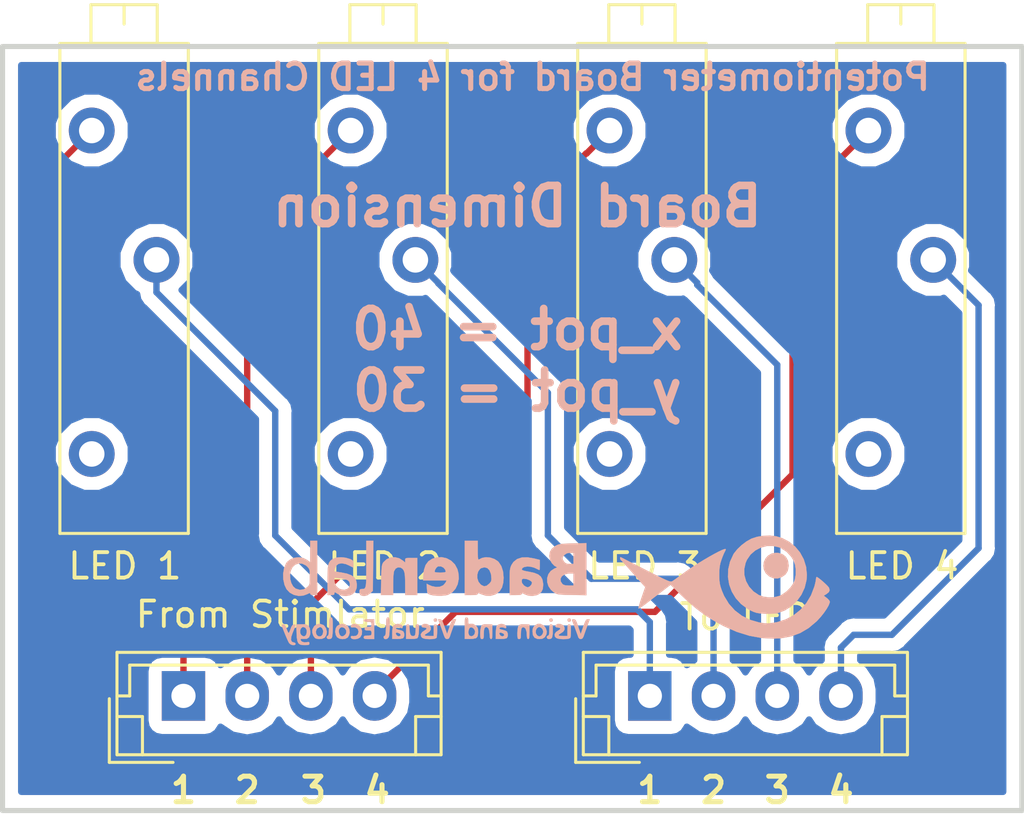
<source format=kicad_pcb>
(kicad_pcb (version 20171130) (host pcbnew "(5.0.0)")

  (general
    (thickness 1.6)
    (drawings 14)
    (tracks 45)
    (zones 0)
    (modules 7)
    (nets 13)
  )

  (page A4)
  (layers
    (0 F.Cu signal)
    (31 B.Cu signal hide)
    (32 B.Adhes user)
    (33 F.Adhes user)
    (34 B.Paste user)
    (35 F.Paste user)
    (36 B.SilkS user)
    (37 F.SilkS user)
    (38 B.Mask user)
    (39 F.Mask user)
    (40 Dwgs.User user)
    (41 Cmts.User user)
    (42 Eco1.User user)
    (43 Eco2.User user)
    (44 Edge.Cuts user)
    (45 Margin user)
    (46 B.CrtYd user)
    (47 F.CrtYd user)
    (48 B.Fab user)
    (49 F.Fab user)
  )

  (setup
    (last_trace_width 0.25)
    (trace_clearance 0.2)
    (zone_clearance 0.508)
    (zone_45_only no)
    (trace_min 0.2)
    (segment_width 0.2)
    (edge_width 0.15)
    (via_size 0.8)
    (via_drill 0.4)
    (via_min_size 0.4)
    (via_min_drill 0.3)
    (uvia_size 0.3)
    (uvia_drill 0.1)
    (uvias_allowed no)
    (uvia_min_size 0.2)
    (uvia_min_drill 0.1)
    (pcb_text_width 0.3)
    (pcb_text_size 1.5 1.5)
    (mod_edge_width 0.15)
    (mod_text_size 1 1)
    (mod_text_width 0.15)
    (pad_size 1.524 1.524)
    (pad_drill 0.762)
    (pad_to_mask_clearance 0.2)
    (aux_axis_origin 0 0)
    (visible_elements FFFFFF7F)
    (pcbplotparams
      (layerselection 0x3ffff_ffffffff)
      (usegerberextensions false)
      (usegerberattributes false)
      (usegerberadvancedattributes false)
      (creategerberjobfile false)
      (excludeedgelayer true)
      (linewidth 0.100000)
      (plotframeref false)
      (viasonmask false)
      (mode 1)
      (useauxorigin false)
      (hpglpennumber 1)
      (hpglpenspeed 20)
      (hpglpendiameter 15.000000)
      (psnegative false)
      (psa4output false)
      (plotreference true)
      (plotvalue true)
      (plotinvisibletext false)
      (padsonsilk false)
      (subtractmaskfromsilk false)
      (outputformat 1)
      (mirror false)
      (drillshape 0)
      (scaleselection 1)
      (outputdirectory ""))
  )

  (net 0 "")
  (net 1 "Net-(J1-Pad1)")
  (net 2 "Net-(J1-Pad2)")
  (net 3 "Net-(J1-Pad3)")
  (net 4 "Net-(J1-Pad4)")
  (net 5 "Net-(J2-Pad4)")
  (net 6 "Net-(J2-Pad3)")
  (net 7 "Net-(J2-Pad2)")
  (net 8 "Net-(J2-Pad1)")
  (net 9 "Net-(RV1-Pad1)")
  (net 10 "Net-(RV2-Pad1)")
  (net 11 "Net-(RV3-Pad1)")
  (net 12 "Net-(RV4-Pad1)")

  (net_class Default "This is the default net class."
    (clearance 0.2)
    (trace_width 0.25)
    (via_dia 0.8)
    (via_drill 0.4)
    (uvia_dia 0.3)
    (uvia_drill 0.1)
    (add_net "Net-(J1-Pad1)")
    (add_net "Net-(J1-Pad2)")
    (add_net "Net-(J1-Pad3)")
    (add_net "Net-(J1-Pad4)")
    (add_net "Net-(J2-Pad1)")
    (add_net "Net-(J2-Pad2)")
    (add_net "Net-(J2-Pad3)")
    (add_net "Net-(J2-Pad4)")
    (add_net "Net-(RV1-Pad1)")
    (add_net "Net-(RV2-Pad1)")
    (add_net "Net-(RV3-Pad1)")
    (add_net "Net-(RV4-Pad1)")
  )

  (module Connector_JST:JST_EH_B04B-EH-A_1x04_P2.50mm_Vertical (layer F.Cu) (tedit 5C756DE9) (tstamp 5C75DBC1)
    (at 124.6 79.5)
    (descr "JST EH series connector, B04B-EH-A (http://www.jst-mfg.com/product/pdf/eng/eEH.pdf), generated with kicad-footprint-generator")
    (tags "connector JST EH side entry")
    (path /5C756BCF)
    (fp_text reference "From Stimlator" (at 3.8 -3.2) (layer F.SilkS)
      (effects (font (size 1 1) (thickness 0.15)))
    )
    (fp_text value "" (at 3.75 3.4) (layer F.Fab)
      (effects (font (size 1 1) (thickness 0.15)))
    )
    (fp_line (start -2.5 -1.6) (end -2.5 2.2) (layer F.Fab) (width 0.1))
    (fp_line (start -2.5 2.2) (end 10 2.2) (layer F.Fab) (width 0.1))
    (fp_line (start 10 2.2) (end 10 -1.6) (layer F.Fab) (width 0.1))
    (fp_line (start 10 -1.6) (end -2.5 -1.6) (layer F.Fab) (width 0.1))
    (fp_line (start -3 -2.1) (end -3 2.7) (layer F.CrtYd) (width 0.05))
    (fp_line (start -3 2.7) (end 10.5 2.7) (layer F.CrtYd) (width 0.05))
    (fp_line (start 10.5 2.7) (end 10.5 -2.1) (layer F.CrtYd) (width 0.05))
    (fp_line (start 10.5 -2.1) (end -3 -2.1) (layer F.CrtYd) (width 0.05))
    (fp_line (start -2.61 -1.71) (end -2.61 2.31) (layer F.SilkS) (width 0.12))
    (fp_line (start -2.61 2.31) (end 10.11 2.31) (layer F.SilkS) (width 0.12))
    (fp_line (start 10.11 2.31) (end 10.11 -1.71) (layer F.SilkS) (width 0.12))
    (fp_line (start 10.11 -1.71) (end -2.61 -1.71) (layer F.SilkS) (width 0.12))
    (fp_line (start -2.61 0) (end -2.11 0) (layer F.SilkS) (width 0.12))
    (fp_line (start -2.11 0) (end -2.11 -1.21) (layer F.SilkS) (width 0.12))
    (fp_line (start -2.11 -1.21) (end 9.61 -1.21) (layer F.SilkS) (width 0.12))
    (fp_line (start 9.61 -1.21) (end 9.61 0) (layer F.SilkS) (width 0.12))
    (fp_line (start 9.61 0) (end 10.11 0) (layer F.SilkS) (width 0.12))
    (fp_line (start -2.61 0.81) (end -1.61 0.81) (layer F.SilkS) (width 0.12))
    (fp_line (start -1.61 0.81) (end -1.61 2.31) (layer F.SilkS) (width 0.12))
    (fp_line (start 10.11 0.81) (end 9.11 0.81) (layer F.SilkS) (width 0.12))
    (fp_line (start 9.11 0.81) (end 9.11 2.31) (layer F.SilkS) (width 0.12))
    (fp_line (start -2.91 0.11) (end -2.91 2.61) (layer F.SilkS) (width 0.12))
    (fp_line (start -2.91 2.61) (end -0.41 2.61) (layer F.SilkS) (width 0.12))
    (fp_line (start -2.91 0.11) (end -2.91 2.61) (layer F.Fab) (width 0.1))
    (fp_line (start -2.91 2.61) (end -0.41 2.61) (layer F.Fab) (width 0.1))
    (fp_text user "" (at -2.525001 2.374999) (layer F.Fab)
      (effects (font (size 1 1) (thickness 0.15)))
    )
    (pad 1 thru_hole rect (at 0 0) (size 1.7 1.95) (drill 0.95) (layers *.Cu *.Mask)
      (net 1 "Net-(J1-Pad1)"))
    (pad 2 thru_hole oval (at 2.5 0) (size 1.7 1.95) (drill 0.95) (layers *.Cu *.Mask)
      (net 2 "Net-(J1-Pad2)"))
    (pad 3 thru_hole oval (at 5 0) (size 1.7 1.95) (drill 0.95) (layers *.Cu *.Mask)
      (net 3 "Net-(J1-Pad3)"))
    (pad 4 thru_hole oval (at 7.5 0) (size 1.7 1.95) (drill 0.95) (layers *.Cu *.Mask)
      (net 4 "Net-(J1-Pad4)"))
    (model ${KISYS3DMOD}/Connector_JST.3dshapes/JST_EH_B04B-EH-A_1x04_P2.50mm_Vertical.wrl
      (at (xyz 0 0 0))
      (scale (xyz 1 1 1))
      (rotate (xyz 0 0 0))
    )
  )

  (module Connector_JST:JST_EH_B04B-EH-A_1x04_P2.50mm_Vertical (layer F.Cu) (tedit 5C756DED) (tstamp 5C75DBE3)
    (at 142.9 79.5)
    (descr "JST EH series connector, B04B-EH-A (http://www.jst-mfg.com/product/pdf/eng/eEH.pdf), generated with kicad-footprint-generator")
    (tags "connector JST EH side entry")
    (path /5C756C33)
    (fp_text reference "To LED" (at 3.75 -3.1) (layer F.SilkS)
      (effects (font (size 1 1) (thickness 0.15)))
    )
    (fp_text value "" (at 3.75 3.4) (layer F.Fab)
      (effects (font (size 1 1) (thickness 0.15)))
    )
    (fp_text user "" (at 3.75 1.5) (layer F.Fab)
      (effects (font (size 1 1) (thickness 0.15)))
    )
    (fp_line (start -2.91 2.61) (end -0.41 2.61) (layer F.Fab) (width 0.1))
    (fp_line (start -2.91 0.11) (end -2.91 2.61) (layer F.Fab) (width 0.1))
    (fp_line (start -2.91 2.61) (end -0.41 2.61) (layer F.SilkS) (width 0.12))
    (fp_line (start -2.91 0.11) (end -2.91 2.61) (layer F.SilkS) (width 0.12))
    (fp_line (start 9.11 0.81) (end 9.11 2.31) (layer F.SilkS) (width 0.12))
    (fp_line (start 10.11 0.81) (end 9.11 0.81) (layer F.SilkS) (width 0.12))
    (fp_line (start -1.61 0.81) (end -1.61 2.31) (layer F.SilkS) (width 0.12))
    (fp_line (start -2.61 0.81) (end -1.61 0.81) (layer F.SilkS) (width 0.12))
    (fp_line (start 9.61 0) (end 10.11 0) (layer F.SilkS) (width 0.12))
    (fp_line (start 9.61 -1.21) (end 9.61 0) (layer F.SilkS) (width 0.12))
    (fp_line (start -2.11 -1.21) (end 9.61 -1.21) (layer F.SilkS) (width 0.12))
    (fp_line (start -2.11 0) (end -2.11 -1.21) (layer F.SilkS) (width 0.12))
    (fp_line (start -2.61 0) (end -2.11 0) (layer F.SilkS) (width 0.12))
    (fp_line (start 10.11 -1.71) (end -2.61 -1.71) (layer F.SilkS) (width 0.12))
    (fp_line (start 10.11 2.31) (end 10.11 -1.71) (layer F.SilkS) (width 0.12))
    (fp_line (start -2.61 2.31) (end 10.11 2.31) (layer F.SilkS) (width 0.12))
    (fp_line (start -2.61 -1.71) (end -2.61 2.31) (layer F.SilkS) (width 0.12))
    (fp_line (start 10.5 -2.1) (end -3 -2.1) (layer F.CrtYd) (width 0.05))
    (fp_line (start 10.5 2.7) (end 10.5 -2.1) (layer F.CrtYd) (width 0.05))
    (fp_line (start -3 2.7) (end 10.5 2.7) (layer F.CrtYd) (width 0.05))
    (fp_line (start -3 -2.1) (end -3 2.7) (layer F.CrtYd) (width 0.05))
    (fp_line (start 10 -1.6) (end -2.5 -1.6) (layer F.Fab) (width 0.1))
    (fp_line (start 10 2.2) (end 10 -1.6) (layer F.Fab) (width 0.1))
    (fp_line (start -2.5 2.2) (end 10 2.2) (layer F.Fab) (width 0.1))
    (fp_line (start -2.5 -1.6) (end -2.5 2.2) (layer F.Fab) (width 0.1))
    (pad 4 thru_hole oval (at 7.5 0) (size 1.7 1.95) (drill 0.95) (layers *.Cu *.Mask)
      (net 5 "Net-(J2-Pad4)"))
    (pad 3 thru_hole oval (at 5 0) (size 1.7 1.95) (drill 0.95) (layers *.Cu *.Mask)
      (net 6 "Net-(J2-Pad3)"))
    (pad 2 thru_hole oval (at 2.5 0) (size 1.7 1.95) (drill 0.95) (layers *.Cu *.Mask)
      (net 7 "Net-(J2-Pad2)"))
    (pad 1 thru_hole rect (at 0 0) (size 1.7 1.95) (drill 0.95) (layers *.Cu *.Mask)
      (net 8 "Net-(J2-Pad1)"))
    (model ${KISYS3DMOD}/Connector_JST.3dshapes/JST_EH_B04B-EH-A_1x04_P2.50mm_Vertical.wrl
      (at (xyz 0 0 0))
      (scale (xyz 1 1 1))
      (rotate (xyz 0 0 0))
    )
  )

  (module Potentiometer_THT:Potentiometer_Vishay_43_Horizontal (layer F.Cu) (tedit 5C756EAB) (tstamp 5C75DC01)
    (at 121 70 270)
    (descr "Potentiometer, horizontal, Vishay 43, http://www.vishay.com/docs/57026/43.pdf")
    (tags "Potentiometer horizontal Vishay 43")
    (path /5C756AE9)
    (fp_text reference "LED 1" (at 4.4 -1.3) (layer F.SilkS)
      (effects (font (size 1 1) (thickness 0.15)))
    )
    (fp_text value "" (at -7.26 2.38 270) (layer F.Fab)
      (effects (font (size 1 1) (thickness 0.15)))
    )
    (fp_text user %R (at -6.5 -1.27 270) (layer F.Fab)
      (effects (font (size 1 1) (thickness 0.15)))
    )
    (fp_line (start 3.25 -3.95) (end -17.8 -3.95) (layer F.CrtYd) (width 0.05))
    (fp_line (start 3.25 1.4) (end 3.25 -3.95) (layer F.CrtYd) (width 0.05))
    (fp_line (start -17.8 1.4) (end 3.25 1.4) (layer F.CrtYd) (width 0.05))
    (fp_line (start -17.8 -3.95) (end -17.8 1.4) (layer F.CrtYd) (width 0.05))
    (fp_line (start -17.64 -1.27) (end -16.881 -1.27) (layer F.SilkS) (width 0.12))
    (fp_line (start -16.121 -2.57) (end -16.121 0.03) (layer F.SilkS) (width 0.12))
    (fp_line (start -17.64 -2.57) (end -17.64 0.03) (layer F.SilkS) (width 0.12))
    (fp_line (start -17.64 0.03) (end -16.121 0.03) (layer F.SilkS) (width 0.12))
    (fp_line (start -17.64 -2.57) (end -16.121 -2.57) (layer F.SilkS) (width 0.12))
    (fp_line (start 3.12 -3.79) (end 3.12 1.25) (layer F.SilkS) (width 0.12))
    (fp_line (start -16.12 -3.79) (end -16.12 1.25) (layer F.SilkS) (width 0.12))
    (fp_line (start -16.12 1.25) (end 3.12 1.25) (layer F.SilkS) (width 0.12))
    (fp_line (start -16.12 -3.79) (end 3.12 -3.79) (layer F.SilkS) (width 0.12))
    (fp_line (start -17.52 -1.27) (end -16.76 -1.27) (layer F.Fab) (width 0.1))
    (fp_line (start -16 -2.45) (end -17.52 -2.45) (layer F.Fab) (width 0.1))
    (fp_line (start -16 -0.09) (end -16 -2.45) (layer F.Fab) (width 0.1))
    (fp_line (start -17.52 -0.09) (end -16 -0.09) (layer F.Fab) (width 0.1))
    (fp_line (start -17.52 -2.45) (end -17.52 -0.09) (layer F.Fab) (width 0.1))
    (fp_line (start 3 -3.67) (end -16 -3.67) (layer F.Fab) (width 0.1))
    (fp_line (start 3 1.13) (end 3 -3.67) (layer F.Fab) (width 0.1))
    (fp_line (start -16 1.13) (end 3 1.13) (layer F.Fab) (width 0.1))
    (fp_line (start -16 -3.67) (end -16 1.13) (layer F.Fab) (width 0.1))
    (pad 3 thru_hole circle (at -12.7 0 270) (size 1.8 1.8) (drill 1) (layers *.Cu *.Mask)
      (net 1 "Net-(J1-Pad1)"))
    (pad 2 thru_hole circle (at -7.62 -2.54 270) (size 1.8 1.8) (drill 1) (layers *.Cu *.Mask)
      (net 8 "Net-(J2-Pad1)"))
    (pad 1 thru_hole circle (at 0 0 270) (size 1.8 1.8) (drill 1) (layers *.Cu *.Mask)
      (net 9 "Net-(RV1-Pad1)"))
    (model ${KISYS3DMOD}/Potentiometer_THT.3dshapes/Potentiometer_Vishay_43_Horizontal.wrl
      (at (xyz 0 0 0))
      (scale (xyz 1 1 1))
      (rotate (xyz 0 0 0))
    )
  )

  (module Potentiometer_THT:Potentiometer_Vishay_43_Horizontal (layer F.Cu) (tedit 5C756EB5) (tstamp 5C75DC1F)
    (at 131.16 70 270)
    (descr "Potentiometer, horizontal, Vishay 43, http://www.vishay.com/docs/57026/43.pdf")
    (tags "Potentiometer horizontal Vishay 43")
    (path /5C756AAB)
    (fp_text reference "LED 2" (at 4.4 -1.34) (layer F.SilkS)
      (effects (font (size 1 1) (thickness 0.15)))
    )
    (fp_text value "" (at -7.26 2.38 270) (layer F.Fab)
      (effects (font (size 1 1) (thickness 0.15)))
    )
    (fp_line (start -16 -3.67) (end -16 1.13) (layer F.Fab) (width 0.1))
    (fp_line (start -16 1.13) (end 3 1.13) (layer F.Fab) (width 0.1))
    (fp_line (start 3 1.13) (end 3 -3.67) (layer F.Fab) (width 0.1))
    (fp_line (start 3 -3.67) (end -16 -3.67) (layer F.Fab) (width 0.1))
    (fp_line (start -17.52 -2.45) (end -17.52 -0.09) (layer F.Fab) (width 0.1))
    (fp_line (start -17.52 -0.09) (end -16 -0.09) (layer F.Fab) (width 0.1))
    (fp_line (start -16 -0.09) (end -16 -2.45) (layer F.Fab) (width 0.1))
    (fp_line (start -16 -2.45) (end -17.52 -2.45) (layer F.Fab) (width 0.1))
    (fp_line (start -17.52 -1.27) (end -16.76 -1.27) (layer F.Fab) (width 0.1))
    (fp_line (start -16.12 -3.79) (end 3.12 -3.79) (layer F.SilkS) (width 0.12))
    (fp_line (start -16.12 1.25) (end 3.12 1.25) (layer F.SilkS) (width 0.12))
    (fp_line (start -16.12 -3.79) (end -16.12 1.25) (layer F.SilkS) (width 0.12))
    (fp_line (start 3.12 -3.79) (end 3.12 1.25) (layer F.SilkS) (width 0.12))
    (fp_line (start -17.64 -2.57) (end -16.121 -2.57) (layer F.SilkS) (width 0.12))
    (fp_line (start -17.64 0.03) (end -16.121 0.03) (layer F.SilkS) (width 0.12))
    (fp_line (start -17.64 -2.57) (end -17.64 0.03) (layer F.SilkS) (width 0.12))
    (fp_line (start -16.121 -2.57) (end -16.121 0.03) (layer F.SilkS) (width 0.12))
    (fp_line (start -17.64 -1.27) (end -16.881 -1.27) (layer F.SilkS) (width 0.12))
    (fp_line (start -17.8 -3.95) (end -17.8 1.4) (layer F.CrtYd) (width 0.05))
    (fp_line (start -17.8 1.4) (end 3.25 1.4) (layer F.CrtYd) (width 0.05))
    (fp_line (start 3.25 1.4) (end 3.25 -3.95) (layer F.CrtYd) (width 0.05))
    (fp_line (start 3.25 -3.95) (end -17.8 -3.95) (layer F.CrtYd) (width 0.05))
    (fp_text user %R (at -6.5 -1.27 270) (layer F.Fab)
      (effects (font (size 1 1) (thickness 0.15)))
    )
    (pad 1 thru_hole circle (at 0 0 270) (size 1.8 1.8) (drill 1) (layers *.Cu *.Mask)
      (net 10 "Net-(RV2-Pad1)"))
    (pad 2 thru_hole circle (at -7.62 -2.54 270) (size 1.8 1.8) (drill 1) (layers *.Cu *.Mask)
      (net 7 "Net-(J2-Pad2)"))
    (pad 3 thru_hole circle (at -12.7 0 270) (size 1.8 1.8) (drill 1) (layers *.Cu *.Mask)
      (net 2 "Net-(J1-Pad2)"))
    (model ${KISYS3DMOD}/Potentiometer_THT.3dshapes/Potentiometer_Vishay_43_Horizontal.wrl
      (at (xyz 0 0 0))
      (scale (xyz 1 1 1))
      (rotate (xyz 0 0 0))
    )
  )

  (module Potentiometer_THT:Potentiometer_Vishay_43_Horizontal (layer F.Cu) (tedit 5C756EDA) (tstamp 5C75DC3D)
    (at 141.32 70 270)
    (descr "Potentiometer, horizontal, Vishay 43, http://www.vishay.com/docs/57026/43.pdf")
    (tags "Potentiometer horizontal Vishay 43")
    (path /5C756A65)
    (fp_text reference "LED 3" (at 4.4 -1.38) (layer F.SilkS)
      (effects (font (size 1 1) (thickness 0.15)))
    )
    (fp_text value "" (at -7.26 2.38 270) (layer F.Fab)
      (effects (font (size 1 1) (thickness 0.15)))
    )
    (fp_text user %R (at -6.5 -1.27 270) (layer F.Fab)
      (effects (font (size 1 1) (thickness 0.15)))
    )
    (fp_line (start 3.25 -3.95) (end -17.8 -3.95) (layer F.CrtYd) (width 0.05))
    (fp_line (start 3.25 1.4) (end 3.25 -3.95) (layer F.CrtYd) (width 0.05))
    (fp_line (start -17.8 1.4) (end 3.25 1.4) (layer F.CrtYd) (width 0.05))
    (fp_line (start -17.8 -3.95) (end -17.8 1.4) (layer F.CrtYd) (width 0.05))
    (fp_line (start -17.64 -1.27) (end -16.881 -1.27) (layer F.SilkS) (width 0.12))
    (fp_line (start -16.121 -2.57) (end -16.121 0.03) (layer F.SilkS) (width 0.12))
    (fp_line (start -17.64 -2.57) (end -17.64 0.03) (layer F.SilkS) (width 0.12))
    (fp_line (start -17.64 0.03) (end -16.121 0.03) (layer F.SilkS) (width 0.12))
    (fp_line (start -17.64 -2.57) (end -16.121 -2.57) (layer F.SilkS) (width 0.12))
    (fp_line (start 3.12 -3.79) (end 3.12 1.25) (layer F.SilkS) (width 0.12))
    (fp_line (start -16.12 -3.79) (end -16.12 1.25) (layer F.SilkS) (width 0.12))
    (fp_line (start -16.12 1.25) (end 3.12 1.25) (layer F.SilkS) (width 0.12))
    (fp_line (start -16.12 -3.79) (end 3.12 -3.79) (layer F.SilkS) (width 0.12))
    (fp_line (start -17.52 -1.27) (end -16.76 -1.27) (layer F.Fab) (width 0.1))
    (fp_line (start -16 -2.45) (end -17.52 -2.45) (layer F.Fab) (width 0.1))
    (fp_line (start -16 -0.09) (end -16 -2.45) (layer F.Fab) (width 0.1))
    (fp_line (start -17.52 -0.09) (end -16 -0.09) (layer F.Fab) (width 0.1))
    (fp_line (start -17.52 -2.45) (end -17.52 -0.09) (layer F.Fab) (width 0.1))
    (fp_line (start 3 -3.67) (end -16 -3.67) (layer F.Fab) (width 0.1))
    (fp_line (start 3 1.13) (end 3 -3.67) (layer F.Fab) (width 0.1))
    (fp_line (start -16 1.13) (end 3 1.13) (layer F.Fab) (width 0.1))
    (fp_line (start -16 -3.67) (end -16 1.13) (layer F.Fab) (width 0.1))
    (pad 3 thru_hole circle (at -12.7 0 270) (size 1.8 1.8) (drill 1) (layers *.Cu *.Mask)
      (net 3 "Net-(J1-Pad3)"))
    (pad 2 thru_hole circle (at -7.62 -2.54 270) (size 1.8 1.8) (drill 1) (layers *.Cu *.Mask)
      (net 6 "Net-(J2-Pad3)"))
    (pad 1 thru_hole circle (at 0 0 270) (size 1.8 1.8) (drill 1) (layers *.Cu *.Mask)
      (net 11 "Net-(RV3-Pad1)"))
    (model ${KISYS3DMOD}/Potentiometer_THT.3dshapes/Potentiometer_Vishay_43_Horizontal.wrl
      (at (xyz 0 0 0))
      (scale (xyz 1 1 1))
      (rotate (xyz 0 0 0))
    )
  )

  (module Potentiometer_THT:Potentiometer_Vishay_43_Horizontal (layer F.Cu) (tedit 5C756EE4) (tstamp 5C75DC5B)
    (at 151.48 70 270)
    (descr "Potentiometer, horizontal, Vishay 43, http://www.vishay.com/docs/57026/43.pdf")
    (tags "Potentiometer horizontal Vishay 43")
    (path /5C756885)
    (fp_text reference "LED 4" (at 4.4 -1.32) (layer F.SilkS)
      (effects (font (size 1 1) (thickness 0.15)))
    )
    (fp_text value "" (at -7.26 2.38 270) (layer F.Fab)
      (effects (font (size 1 1) (thickness 0.15)))
    )
    (fp_line (start -16 -3.67) (end -16 1.13) (layer F.Fab) (width 0.1))
    (fp_line (start -16 1.13) (end 3 1.13) (layer F.Fab) (width 0.1))
    (fp_line (start 3 1.13) (end 3 -3.67) (layer F.Fab) (width 0.1))
    (fp_line (start 3 -3.67) (end -16 -3.67) (layer F.Fab) (width 0.1))
    (fp_line (start -17.52 -2.45) (end -17.52 -0.09) (layer F.Fab) (width 0.1))
    (fp_line (start -17.52 -0.09) (end -16 -0.09) (layer F.Fab) (width 0.1))
    (fp_line (start -16 -0.09) (end -16 -2.45) (layer F.Fab) (width 0.1))
    (fp_line (start -16 -2.45) (end -17.52 -2.45) (layer F.Fab) (width 0.1))
    (fp_line (start -17.52 -1.27) (end -16.76 -1.27) (layer F.Fab) (width 0.1))
    (fp_line (start -16.12 -3.79) (end 3.12 -3.79) (layer F.SilkS) (width 0.12))
    (fp_line (start -16.12 1.25) (end 3.12 1.25) (layer F.SilkS) (width 0.12))
    (fp_line (start -16.12 -3.79) (end -16.12 1.25) (layer F.SilkS) (width 0.12))
    (fp_line (start 3.12 -3.79) (end 3.12 1.25) (layer F.SilkS) (width 0.12))
    (fp_line (start -17.64 -2.57) (end -16.121 -2.57) (layer F.SilkS) (width 0.12))
    (fp_line (start -17.64 0.03) (end -16.121 0.03) (layer F.SilkS) (width 0.12))
    (fp_line (start -17.64 -2.57) (end -17.64 0.03) (layer F.SilkS) (width 0.12))
    (fp_line (start -16.121 -2.57) (end -16.121 0.03) (layer F.SilkS) (width 0.12))
    (fp_line (start -17.64 -1.27) (end -16.881 -1.27) (layer F.SilkS) (width 0.12))
    (fp_line (start -17.8 -3.95) (end -17.8 1.4) (layer F.CrtYd) (width 0.05))
    (fp_line (start -17.8 1.4) (end 3.25 1.4) (layer F.CrtYd) (width 0.05))
    (fp_line (start 3.25 1.4) (end 3.25 -3.95) (layer F.CrtYd) (width 0.05))
    (fp_line (start 3.25 -3.95) (end -17.8 -3.95) (layer F.CrtYd) (width 0.05))
    (fp_text user %R (at -6.5 -1.27 270) (layer F.Fab)
      (effects (font (size 1 1) (thickness 0.15)))
    )
    (pad 1 thru_hole circle (at 0 0 270) (size 1.8 1.8) (drill 1) (layers *.Cu *.Mask)
      (net 12 "Net-(RV4-Pad1)"))
    (pad 2 thru_hole circle (at -7.62 -2.54 270) (size 1.8 1.8) (drill 1) (layers *.Cu *.Mask)
      (net 5 "Net-(J2-Pad4)"))
    (pad 3 thru_hole circle (at -12.7 0 270) (size 1.8 1.8) (drill 1) (layers *.Cu *.Mask)
      (net 4 "Net-(J1-Pad4)"))
    (model ${KISYS3DMOD}/Potentiometer_THT.3dshapes/Potentiometer_Vishay_43_Horizontal.wrl
      (at (xyz 0 0 0))
      (scale (xyz 1 1 1))
      (rotate (xyz 0 0 0))
    )
  )

  (module "Maxime:logo 750" (layer B.Cu) (tedit 0) (tstamp 5C75F148)
    (at 137.5 75.1 180)
    (fp_text reference G*** (at 0 0 180) (layer B.SilkS) hide
      (effects (font (size 1.524 1.524) (thickness 0.3)) (justify mirror))
    )
    (fp_text value LOGO (at 0.75 0 180) (layer B.SilkS) hide
      (effects (font (size 1.524 1.524) (thickness 0.3)) (justify mirror))
    )
    (fp_poly (pts (xy -10.185188 1.190461) (xy -10.046401 1.113029) (xy -9.943248 0.998903) (xy -9.878922 0.860205)
      (xy -9.856617 0.70906) (xy -9.879525 0.55759) (xy -9.950839 0.41792) (xy -10.073754 0.302173)
      (xy -10.1092 0.280467) (xy -10.268231 0.216515) (xy -10.420979 0.213696) (xy -10.584437 0.270856)
      (xy -10.725051 0.371325) (xy -10.811358 0.508875) (xy -10.846034 0.688179) (xy -10.847009 0.729526)
      (xy -10.818402 0.914939) (xy -10.736556 1.061494) (xy -10.607436 1.163239) (xy -10.437004 1.214224)
      (xy -10.356415 1.219073) (xy -10.185188 1.190461)) (layer B.SilkS) (width 0.01))
    (fp_poly (pts (xy 4.772192 1.033342) (xy 4.926765 0.967282) (xy 5.052899 0.84855) (xy 5.069693 0.82449)
      (xy 5.092733 0.780225) (xy 5.109894 0.720628) (xy 5.122322 0.634956) (xy 5.131162 0.512465)
      (xy 5.137559 0.342411) (xy 5.142064 0.14554) (xy 5.153329 -0.440267) (xy 4.6736 -0.440267)
      (xy 4.6736 -0.021987) (xy 4.670756 0.149655) (xy 4.663018 0.305404) (xy 4.651578 0.427817)
      (xy 4.638048 0.498278) (xy 4.575632 0.599304) (xy 4.485179 0.648491) (xy 4.381674 0.638509)
      (xy 4.36584 0.631401) (xy 4.302466 0.58938) (xy 4.257093 0.529278) (xy 4.226951 0.440405)
      (xy 4.209268 0.31207) (xy 4.201274 0.133584) (xy 4.199966 -0.008467) (xy 4.199467 -0.440267)
      (xy 3.725334 -0.440267) (xy 3.725334 1.016) (xy 3.9624 1.016) (xy 4.086203 1.014911)
      (xy 4.15705 1.00788) (xy 4.189719 0.989261) (xy 4.198989 0.95341) (xy 4.199467 0.92543)
      (xy 4.199467 0.83486) (xy 4.275667 0.902033) (xy 4.432861 1.002064) (xy 4.602964 1.045385)
      (xy 4.772192 1.033342)) (layer B.SilkS) (width 0.01))
    (fp_poly (pts (xy -2.379133 1.586367) (xy -2.174347 1.580861) (xy -2.024385 1.574179) (xy -1.916345 1.564494)
      (xy -1.83732 1.54998) (xy -1.774406 1.528811) (xy -1.714699 1.499161) (xy -1.69848 1.49005)
      (xy -1.559876 1.384543) (xy -1.481292 1.255405) (xy -1.456268 1.091978) (xy -1.456266 1.090423)
      (xy -1.483074 0.950168) (xy -1.553325 0.815711) (xy -1.651766 0.713117) (xy -1.691218 0.688977)
      (xy -1.771737 0.648834) (xy -1.656335 0.600024) (xy -1.514163 0.507709) (xy -1.419467 0.379518)
      (xy -1.372573 0.228204) (xy -1.373809 0.066524) (xy -1.423504 -0.09277) (xy -1.521986 -0.236923)
      (xy -1.632424 -0.330345) (xy -1.686389 -0.364494) (xy -1.737297 -0.389315) (xy -1.79713 -0.406569)
      (xy -1.87787 -0.418015) (xy -1.9915 -0.425413) (xy -2.15 -0.430523) (xy -2.342679 -0.434655)
      (xy -2.912533 -0.445976) (xy -2.912533 0.4064) (xy -2.404533 0.4064) (xy -2.404533 -0.067733)
      (xy -2.218266 -0.067733) (xy -2.090011 -0.059929) (xy -2.00655 -0.032685) (xy -1.964266 0)
      (xy -1.900116 0.100193) (xy -1.895609 0.201015) (xy -1.943585 0.291905) (xy -2.036884 0.3623)
      (xy -2.168346 0.40164) (xy -2.239767 0.4064) (xy -2.404533 0.4064) (xy -2.912533 0.4064)
      (xy -2.912533 1.2192) (xy -2.404533 1.2192) (xy -2.404533 0.778933) (xy -2.254591 0.778933)
      (xy -2.147317 0.787883) (xy -2.076978 0.822663) (xy -2.034458 0.868167) (xy -1.976478 0.961799)
      (xy -1.975211 1.038502) (xy -2.031702 1.119932) (xy -2.047394 1.136073) (xy -2.140645 1.199685)
      (xy -2.261742 1.219175) (xy -2.267527 1.2192) (xy -2.404533 1.2192) (xy -2.912533 1.2192)
      (xy -2.912533 1.59883) (xy -2.379133 1.586367)) (layer B.SilkS) (width 0.01))
    (fp_poly (pts (xy 7.9248 0.843219) (xy 8.044761 0.934718) (xy 8.196274 1.012866) (xy 8.367913 1.042125)
      (xy 8.542346 1.025164) (xy 8.702239 0.96465) (xy 8.830258 0.863251) (xy 8.871342 0.807494)
      (xy 8.950842 0.618797) (xy 8.987389 0.399511) (xy 8.981351 0.171118) (xy 8.933097 -0.044903)
      (xy 8.853874 -0.210998) (xy 8.729048 -0.343974) (xy 8.566703 -0.432526) (xy 8.383754 -0.472538)
      (xy 8.197117 -0.459892) (xy 8.051299 -0.406334) (xy 7.971139 -0.367284) (xy 7.933743 -0.36281)
      (xy 7.9248 -0.389401) (xy 7.902511 -0.424753) (xy 7.828553 -0.439332) (xy 7.789334 -0.440267)
      (xy 7.653867 -0.440267) (xy 7.653867 0.273215) (xy 7.941734 0.273215) (xy 7.941734 0.267504)
      (xy 7.942644 0.121603) (xy 7.948509 0.02618) (xy 7.964034 -0.036021) (xy 7.993922 -0.082256)
      (xy 8.042877 -0.129778) (xy 8.052334 -0.138245) (xy 8.189049 -0.219015) (xy 8.340987 -0.235784)
      (xy 8.497649 -0.187759) (xy 8.596761 -0.101406) (xy 8.670109 0.031796) (xy 8.712694 0.194227)
      (xy 8.71952 0.368266) (xy 8.694842 0.507571) (xy 8.622021 0.655733) (xy 8.513006 0.755086)
      (xy 8.380921 0.802157) (xy 8.238891 0.79347) (xy 8.100042 0.725551) (xy 8.046496 0.679193)
      (xy 7.996806 0.626241) (xy 7.965983 0.576846) (xy 7.94953 0.513328) (xy 7.942946 0.418011)
      (xy 7.941734 0.273215) (xy 7.653867 0.273215) (xy 7.653867 1.693333) (xy 7.9248 1.693333)
      (xy 7.9248 0.843219)) (layer B.SilkS) (width 0.01))
    (fp_poly (pts (xy 6.887944 1.030129) (xy 6.992927 0.997053) (xy 7.077524 0.951528) (xy 7.141122 0.899549)
      (xy 7.186669 0.831236) (xy 7.217111 0.736709) (xy 7.235394 0.606087) (xy 7.244466 0.429489)
      (xy 7.247272 0.197036) (xy 7.24734 0.143933) (xy 7.247467 -0.440267) (xy 7.112 -0.440267)
      (xy 7.023224 -0.434494) (xy 6.984025 -0.411398) (xy 6.976534 -0.373554) (xy 6.972441 -0.335147)
      (xy 6.950148 -0.330856) (xy 6.894631 -0.362744) (xy 6.853274 -0.390487) (xy 6.700694 -0.457084)
      (xy 6.526695 -0.47569) (xy 6.357453 -0.445594) (xy 6.272956 -0.406258) (xy 6.167061 -0.312167)
      (xy 6.110263 -0.183617) (xy 6.096527 -0.040413) (xy 6.367452 -0.040413) (xy 6.395711 -0.136142)
      (xy 6.471259 -0.201973) (xy 6.578388 -0.232902) (xy 6.701394 -0.223922) (xy 6.807556 -0.18067)
      (xy 6.915805 -0.080098) (xy 6.970131 0.060327) (xy 6.976534 0.140385) (xy 6.976534 0.243717)
      (xy 6.764867 0.219577) (xy 6.589125 0.192035) (xy 6.471317 0.152655) (xy 6.401875 0.095177)
      (xy 6.371229 0.013341) (xy 6.367452 -0.040413) (xy 6.096527 -0.040413) (xy 6.096499 -0.040129)
      (xy 6.118748 0.116018) (xy 6.187348 0.238823) (xy 6.307169 0.332239) (xy 6.483082 0.400216)
      (xy 6.691466 0.442628) (xy 6.982637 0.485947) (xy 6.96255 0.590107) (xy 6.911276 0.712482)
      (xy 6.818204 0.785655) (xy 6.689739 0.808012) (xy 6.532286 0.777934) (xy 6.415006 0.728275)
      (xy 6.322093 0.681824) (xy 6.257966 0.651063) (xy 6.239934 0.643608) (xy 6.234657 0.673623)
      (xy 6.231698 0.748871) (xy 6.231467 0.780661) (xy 6.237602 0.871934) (xy 6.268318 0.9242)
      (xy 6.342086 0.965358) (xy 6.358467 0.972497) (xy 6.531106 1.024534) (xy 6.716108 1.044074)
      (xy 6.887944 1.030129)) (layer B.SilkS) (width 0.01))
    (fp_poly (pts (xy 5.723467 0.785707) (xy 5.723763 0.501365) (xy 5.725509 0.277522) (xy 5.729995 0.106942)
      (xy 5.738508 -0.017609) (xy 5.752336 -0.103367) (xy 5.772769 -0.157565) (xy 5.801095 -0.187441)
      (xy 5.838602 -0.200227) (xy 5.886578 -0.203159) (xy 5.899574 -0.2032) (xy 5.964102 -0.210907)
      (xy 5.990027 -0.247752) (xy 5.9944 -0.31811) (xy 5.981202 -0.406429) (xy 5.932941 -0.454777)
      (xy 5.836618 -0.473029) (xy 5.788965 -0.474133) (xy 5.683768 -0.445907) (xy 5.580068 -0.375359)
      (xy 5.469467 -0.276585) (xy 5.448719 1.693333) (xy 5.723467 1.693333) (xy 5.723467 0.785707)) (layer B.SilkS) (width 0.01))
    (fp_poly (pts (xy 2.973313 1.036879) (xy 3.138894 0.984048) (xy 3.290468 0.884615) (xy 3.396668 0.742146)
      (xy 3.460297 0.551759) (xy 3.480936 0.388486) (xy 3.497174 0.135466) (xy 2.572127 0.135466)
      (xy 2.623208 0.036687) (xy 2.70766 -0.057775) (xy 2.833577 -0.111795) (xy 2.986767 -0.123528)
      (xy 3.153033 -0.091127) (xy 3.260239 -0.046126) (xy 3.356286 0.003542) (xy 3.346076 -0.190088)
      (xy 3.33789 -0.300442) (xy 3.320868 -0.363233) (xy 3.284038 -0.398599) (xy 3.217333 -0.426349)
      (xy 3.098285 -0.452653) (xy 2.941277 -0.465908) (xy 2.772996 -0.466005) (xy 2.620124 -0.452834)
      (xy 2.516892 -0.429224) (xy 2.353049 -0.33475) (xy 2.22618 -0.192407) (xy 2.140395 -0.013553)
      (xy 2.099804 0.190454) (xy 2.108517 0.408257) (xy 2.125753 0.47636) (xy 2.607733 0.47636)
      (xy 2.639583 0.456044) (xy 2.727575 0.443484) (xy 2.827867 0.440266) (xy 2.939966 0.444795)
      (xy 3.019252 0.456643) (xy 3.048 0.47254) (xy 3.026039 0.556339) (xy 2.973669 0.638097)
      (xy 2.911161 0.687153) (xy 2.904771 0.689176) (xy 2.79816 0.687461) (xy 2.699145 0.638397)
      (xy 2.628936 0.55718) (xy 2.607733 0.47636) (xy 2.125753 0.47636) (xy 2.151849 0.579462)
      (xy 2.249856 0.762837) (xy 2.393117 0.90523) (xy 2.56952 1.001677) (xy 2.766955 1.047215)
      (xy 2.973313 1.036879)) (layer B.SilkS) (width 0.01))
    (fp_poly (pts (xy 1.862667 -0.440267) (xy 1.608667 -0.440267) (xy 1.47505 -0.437674) (xy 1.3966 -0.428217)
      (xy 1.36089 -0.409376) (xy 1.354667 -0.388779) (xy 1.345395 -0.361459) (xy 1.307944 -0.365255)
      (xy 1.227865 -0.401992) (xy 1.220549 -0.405712) (xy 1.038042 -0.464247) (xy 0.844567 -0.467269)
      (xy 0.663126 -0.415103) (xy 0.629074 -0.397376) (xy 0.492408 -0.288611) (xy 0.400448 -0.140251)
      (xy 0.350403 0.053869) (xy 0.342723 0.177989) (xy 0.814473 0.177989) (xy 0.826767 0.106021)
      (xy 0.865235 0.046256) (xy 0.907723 0.001467) (xy 1.010192 -0.07823) (xy 1.104395 -0.094975)
      (xy 1.204868 -0.049595) (xy 1.245897 -0.017769) (xy 1.327258 0.08731) (xy 1.368775 0.219072)
      (xy 1.371355 0.35874) (xy 1.335907 0.487537) (xy 1.263337 0.586684) (xy 1.215154 0.618439)
      (xy 1.08812 0.650707) (xy 0.978674 0.621305) (xy 0.892925 0.535319) (xy 0.836984 0.397834)
      (xy 0.820003 0.289594) (xy 0.814473 0.177989) (xy 0.342723 0.177989) (xy 0.338667 0.243519)
      (xy 0.361197 0.48696) (xy 0.4266 0.693793) (xy 0.531598 0.854677) (xy 0.564846 0.887708)
      (xy 0.699648 0.975309) (xy 0.860722 1.029159) (xy 1.025772 1.045463) (xy 1.1725 1.020428)
      (xy 1.2192 0.999066) (xy 1.288913 0.963432) (xy 1.329267 0.949467) (xy 1.33947 0.980547)
      (xy 1.347717 1.065744) (xy 1.353077 1.191447) (xy 1.354667 1.3208) (xy 1.354667 1.693333)
      (xy 1.862667 1.693333) (xy 1.862667 -0.440267)) (layer B.SilkS) (width 0.01))
    (fp_poly (pts (xy -0.373488 1.033343) (xy -0.190476 0.973081) (xy -0.049561 0.859911) (xy 0.0254 0.746357)
      (xy 0.05501 0.681913) (xy 0.075829 0.616563) (xy 0.089378 0.536964) (xy 0.097175 0.429772)
      (xy 0.100743 0.281644) (xy 0.1016 0.079235) (xy 0.1016 -0.440267) (xy -0.135467 -0.440267)
      (xy -0.264555 -0.437222) (xy -0.338409 -0.426347) (xy -0.369329 -0.405033) (xy -0.372533 -0.389965)
      (xy -0.38277 -0.363125) (xy -0.422753 -0.372914) (xy -0.4826 -0.406771) (xy -0.627023 -0.46077)
      (xy -0.795394 -0.4733) (xy -0.95813 -0.444387) (xy -1.042244 -0.406258) (xy -1.144221 -0.317508)
      (xy -1.200064 -0.197874) (xy -1.214295 -0.035804) (xy -1.210962 0.024875) (xy -1.206851 0.046728)
      (xy -0.778933 0.046728) (xy -0.752389 -0.032655) (xy -0.689455 -0.10225) (xy -0.615177 -0.135214)
      (xy -0.608918 -0.135467) (xy -0.543113 -0.11547) (xy -0.464197 -0.06717) (xy -0.461767 -0.065275)
      (xy -0.387054 0.028204) (xy -0.372533 0.104058) (xy -0.382127 0.175466) (xy -0.422815 0.201095)
      (xy -0.458288 0.2032) (xy -0.563 0.188532) (xy -0.665324 0.151369) (xy -0.744239 0.101968)
      (xy -0.778723 0.050587) (xy -0.778933 0.046728) (xy -1.206851 0.046728) (xy -1.183177 0.17256)
      (xy -1.121211 0.285322) (xy -1.017013 0.369452) (xy -0.862529 0.43124) (xy -0.649708 0.476974)
      (xy -0.627693 0.480475) (xy -0.493401 0.506434) (xy -0.404694 0.534305) (xy -0.372534 0.560641)
      (xy -0.372533 0.560725) (xy -0.402173 0.623832) (xy -0.480791 0.664633) (xy -0.592936 0.681716)
      (xy -0.723155 0.673668) (xy -0.855996 0.639077) (xy -0.919799 0.610748) (xy -1.003393 0.568893)
      (xy -1.058566 0.544456) (xy -1.067843 0.541866) (xy -1.0763 0.572612) (xy -1.082064 0.652383)
      (xy -1.083733 0.740949) (xy -1.083733 0.940032) (xy -0.865106 0.994949) (xy -0.598422 1.040648)
      (xy -0.373488 1.033343)) (layer B.SilkS) (width 0.01))
    (fp_poly (pts (xy -9.860431 1.887241) (xy -9.607485 1.846163) (xy -9.388147 1.774417) (xy -9.381067 1.771225)
      (xy -9.193425 1.664979) (xy -9.004597 1.522465) (xy -8.834863 1.361327) (xy -8.704504 1.199212)
      (xy -8.681657 1.162679) (xy -8.548055 0.872141) (xy -8.477325 0.571997) (xy -8.466952 0.270319)
      (xy -8.514421 -0.024824) (xy -8.617218 -0.305362) (xy -8.772827 -0.563225) (xy -8.978735 -0.790342)
      (xy -9.232426 -0.978643) (xy -9.372339 -1.053783) (xy -9.486794 -1.104553) (xy -9.588112 -1.137205)
      (xy -9.699383 -1.156546) (xy -9.843692 -1.167383) (xy -9.9359 -1.171131) (xy -10.097198 -1.173093)
      (xy -10.247245 -1.168527) (xy -10.363884 -1.158388) (xy -10.405393 -1.150879) (xy -10.692493 -1.044481)
      (xy -10.949448 -0.882958) (xy -11.169882 -0.67461) (xy -11.347418 -0.427737) (xy -11.475679 -0.150641)
      (xy -11.54829 0.14838) (xy -11.562632 0.3556) (xy -11.542198 0.557258) (xy -11.126228 0.557258)
      (xy -11.123408 0.353573) (xy -11.092086 0.164705) (xy -11.045051 0.038501) (xy -10.924906 -0.137667)
      (xy -10.76467 -0.299016) (xy -10.586198 -0.42546) (xy -10.489108 -0.472484) (xy -10.291313 -0.522795)
      (xy -10.071777 -0.533302) (xy -9.85708 -0.504987) (xy -9.681047 -0.442631) (xy -9.464475 -0.296569)
      (xy -9.295152 -0.111288) (xy -9.176445 0.103253) (xy -9.111725 0.337093) (xy -9.10436 0.580271)
      (xy -9.157719 0.822826) (xy -9.211179 0.946567) (xy -9.351522 1.150141) (xy -9.535033 1.31022)
      (xy -9.749997 1.422815) (xy -9.984701 1.483935) (xy -10.227431 1.489592) (xy -10.466472 1.435797)
      (xy -10.547914 1.401799) (xy -10.762397 1.26362) (xy -10.943487 1.071016) (xy -11.046227 0.907459)
      (xy -11.100513 0.750355) (xy -11.126228 0.557258) (xy -11.542198 0.557258) (xy -11.530784 0.669889)
      (xy -11.439301 0.964314) (xy -11.294085 1.231466) (xy -11.101037 1.463938) (xy -10.866059 1.654324)
      (xy -10.595051 1.795215) (xy -10.358728 1.866789) (xy -10.11988 1.894999) (xy -9.860431 1.887241)) (layer B.SilkS) (width 0.01))
    (fp_poly (pts (xy 3.070735 -1.378614) (xy 3.081867 -1.4224) (xy 3.057919 -1.479002) (xy 3.014133 -1.490134)
      (xy 2.957532 -1.466186) (xy 2.9464 -1.4224) (xy 2.970348 -1.365799) (xy 3.014133 -1.354667)
      (xy 3.070735 -1.378614)) (layer B.SilkS) (width 0.01))
    (fp_poly (pts (xy -1.467398 -1.378614) (xy -1.456266 -1.4224) (xy -1.480214 -1.479002) (xy -1.524 -1.490134)
      (xy -1.580601 -1.466186) (xy -1.591733 -1.4224) (xy -1.567786 -1.365799) (xy -1.524 -1.354667)
      (xy -1.467398 -1.378614)) (layer B.SilkS) (width 0.01))
    (fp_poly (pts (xy -2.178598 -1.378614) (xy -2.167466 -1.4224) (xy -2.191414 -1.479002) (xy -2.2352 -1.490134)
      (xy -2.291801 -1.466186) (xy -2.302933 -1.4224) (xy -2.278986 -1.365799) (xy -2.2352 -1.354667)
      (xy -2.178598 -1.378614)) (layer B.SilkS) (width 0.01))
    (fp_poly (pts (xy 7.668767 -1.589211) (xy 7.76922 -1.660137) (xy 7.833568 -1.775917) (xy 7.842468 -1.812402)
      (xy 7.840872 -1.924398) (xy 7.8044 -2.035676) (xy 7.743889 -2.120257) (xy 7.70315 -2.146429)
      (xy 7.584048 -2.168442) (xy 7.460227 -2.155418) (xy 7.362338 -2.1114) (xy 7.349067 -2.099734)
      (xy 7.289886 -1.997066) (xy 7.278218 -1.8796) (xy 7.4168 -1.8796) (xy 7.439068 -1.98753)
      (xy 7.4972 -2.052799) (xy 7.578189 -2.066097) (xy 7.640836 -2.039948) (xy 7.694272 -1.968602)
      (xy 7.705543 -1.870341) (xy 7.672828 -1.776342) (xy 7.599645 -1.706251) (xy 7.523356 -1.695438)
      (xy 7.458873 -1.737889) (xy 7.42111 -1.827591) (xy 7.4168 -1.8796) (xy 7.278218 -1.8796)
      (xy 7.277419 -1.871563) (xy 7.308297 -1.745991) (xy 7.379153 -1.643117) (xy 7.4213 -1.611396)
      (xy 7.547648 -1.570508) (xy 7.668767 -1.589211)) (layer B.SilkS) (width 0.01))
    (fp_poly (pts (xy 7.14045 -1.325833) (xy 7.160287 -1.34879) (xy 7.172833 -1.401458) (xy 7.180554 -1.495626)
      (xy 7.185919 -1.64308) (xy 7.187054 -1.684867) (xy 7.19386 -1.856428) (xy 7.204228 -1.967825)
      (xy 7.219259 -2.026581) (xy 7.239 -2.040467) (xy 7.273045 -2.061253) (xy 7.281334 -2.099734)
      (xy 7.254887 -2.150528) (xy 7.192518 -2.16917) (xy 7.119687 -2.152147) (xy 7.084907 -2.126827)
      (xy 7.063773 -2.068537) (xy 7.050248 -1.944479) (xy 7.04448 -1.756207) (xy 7.044267 -1.703494)
      (xy 7.04504 -1.537784) (xy 7.048697 -1.428262) (xy 7.057246 -1.363389) (xy 7.072695 -1.331624)
      (xy 7.097051 -1.321427) (xy 7.110854 -1.3208) (xy 7.14045 -1.325833)) (layer B.SilkS) (width 0.01))
    (fp_poly (pts (xy 6.765459 -1.587609) (xy 6.875795 -1.660328) (xy 6.928229 -1.754776) (xy 6.944458 -1.878098)
      (xy 6.924624 -2.002013) (xy 6.873614 -2.093348) (xy 6.783833 -2.148482) (xy 6.666588 -2.169928)
      (xy 6.549502 -2.156987) (xy 6.4602 -2.10896) (xy 6.455401 -2.103934) (xy 6.409877 -2.025439)
      (xy 6.381248 -1.926134) (xy 6.385848 -1.838118) (xy 6.509483 -1.838118) (xy 6.516701 -1.937614)
      (xy 6.558449 -2.003933) (xy 6.638569 -2.057823) (xy 6.717034 -2.054286) (xy 6.772142 -2.00036)
      (xy 6.807736 -1.890112) (xy 6.799033 -1.795139) (xy 6.75578 -1.727212) (xy 6.687722 -1.698101)
      (xy 6.604606 -1.719578) (xy 6.564334 -1.749382) (xy 6.509483 -1.838118) (xy 6.385848 -1.838118)
      (xy 6.388449 -1.788367) (xy 6.444301 -1.678197) (xy 6.534973 -1.603059) (xy 6.646635 -1.570385)
      (xy 6.765459 -1.587609)) (layer B.SilkS) (width 0.01))
    (fp_poly (pts (xy 6.272048 -1.587063) (xy 6.325502 -1.631552) (xy 6.333067 -1.662292) (xy 6.320559 -1.70551)
      (xy 6.270756 -1.711966) (xy 6.23701 -1.706296) (xy 6.132431 -1.714412) (xy 6.057599 -1.775713)
      (xy 6.028281 -1.877107) (xy 6.028267 -1.8796) (xy 6.056447 -1.981704) (xy 6.130477 -2.043993)
      (xy 6.234588 -2.053375) (xy 6.23701 -2.052905) (xy 6.30616 -2.047055) (xy 6.331143 -2.074868)
      (xy 6.333067 -2.10058) (xy 6.30488 -2.147736) (xy 6.233923 -2.170864) (xy 6.140602 -2.17036)
      (xy 6.045323 -2.146623) (xy 5.968491 -2.100051) (xy 5.961853 -2.093348) (xy 5.902589 -1.984915)
      (xy 5.894005 -1.858596) (xy 5.931063 -1.735022) (xy 6.008728 -1.634826) (xy 6.084835 -1.589541)
      (xy 6.184873 -1.571022) (xy 6.272048 -1.587063)) (layer B.SilkS) (width 0.01))
    (fp_poly (pts (xy 5.739856 -1.392435) (xy 5.803204 -1.406265) (xy 5.824666 -1.433213) (xy 5.825067 -1.439334)
      (xy 5.805122 -1.472816) (xy 5.737306 -1.488068) (xy 5.672667 -1.490134) (xy 5.578954 -1.493079)
      (xy 5.534568 -1.510084) (xy 5.521128 -1.553404) (xy 5.520267 -1.591734) (xy 5.525616 -1.65688)
      (xy 5.554605 -1.685841) (xy 5.626645 -1.693173) (xy 5.655734 -1.693334) (xy 5.744361 -1.699014)
      (xy 5.783531 -1.721971) (xy 5.7912 -1.761067) (xy 5.77984 -1.80538) (xy 5.733925 -1.824965)
      (xy 5.655734 -1.8288) (xy 5.568871 -1.832812) (xy 5.530257 -1.854554) (xy 5.520481 -1.908584)
      (xy 5.520267 -1.9304) (xy 5.524685 -1.992876) (xy 5.550193 -2.022466) (xy 5.615172 -2.031426)
      (xy 5.672667 -2.032) (xy 5.767905 -2.036432) (xy 5.81294 -2.054834) (xy 5.825009 -2.094868)
      (xy 5.825067 -2.099734) (xy 5.817653 -2.137564) (xy 5.785083 -2.158006) (xy 5.711868 -2.166222)
      (xy 5.621867 -2.167467) (xy 5.418667 -2.167467) (xy 5.418667 -1.388534) (xy 5.621867 -1.388534)
      (xy 5.739856 -1.392435)) (layer B.SilkS) (width 0.01))
    (fp_poly (pts (xy 4.90525 -1.325833) (xy 4.925087 -1.34879) (xy 4.937633 -1.401458) (xy 4.945354 -1.495626)
      (xy 4.950719 -1.64308) (xy 4.951854 -1.684867) (xy 4.95866 -1.856428) (xy 4.969028 -1.967825)
      (xy 4.984059 -2.026581) (xy 5.0038 -2.040467) (xy 5.037845 -2.061253) (xy 5.046134 -2.099734)
      (xy 5.022796 -2.155378) (xy 4.96758 -2.172312) (xy 4.902679 -2.152619) (xy 4.850288 -2.09838)
      (xy 4.842095 -2.080595) (xy 4.827811 -2.009725) (xy 4.816636 -1.890908) (xy 4.810113 -1.743913)
      (xy 4.809067 -1.657262) (xy 4.810043 -1.503627) (xy 4.814592 -1.40544) (xy 4.825142 -1.350425)
      (xy 4.844123 -1.326306) (xy 4.873965 -1.320807) (xy 4.875654 -1.3208) (xy 4.90525 -1.325833)) (layer B.SilkS) (width 0.01))
    (fp_poly (pts (xy 4.585059 -1.589846) (xy 4.657731 -1.637067) (xy 4.674493 -1.661136) (xy 4.691815 -1.726334)
      (xy 4.703757 -1.83405) (xy 4.707467 -1.941467) (xy 4.707467 -2.160186) (xy 4.510177 -2.162963)
      (xy 4.39484 -2.157979) (xy 4.306594 -2.142069) (xy 4.27311 -2.125964) (xy 4.239458 -2.053297)
      (xy 4.238656 -2.006565) (xy 4.375455 -2.006565) (xy 4.38391 -2.029049) (xy 4.438133 -2.06379)
      (xy 4.507857 -2.04457) (xy 4.53136 -2.025227) (xy 4.571744 -1.962181) (xy 4.561733 -1.918916)
      (xy 4.506707 -1.91211) (xy 4.4958 -1.914991) (xy 4.402429 -1.957092) (xy 4.375455 -2.006565)
      (xy 4.238656 -2.006565) (xy 4.237845 -1.959358) (xy 4.267169 -1.880114) (xy 4.281112 -1.865175)
      (xy 4.345886 -1.83304) (xy 4.440105 -1.807586) (xy 4.450445 -1.805797) (xy 4.529865 -1.785452)
      (xy 4.570586 -1.760442) (xy 4.572 -1.755573) (xy 4.544006 -1.715346) (xy 4.476194 -1.701402)
      (xy 4.392818 -1.718061) (xy 4.383574 -1.722022) (xy 4.323709 -1.742793) (xy 4.302888 -1.722155)
      (xy 4.301067 -1.691769) (xy 4.329265 -1.626096) (xy 4.399928 -1.586075) (xy 4.492159 -1.57342)
      (xy 4.585059 -1.589846)) (layer B.SilkS) (width 0.01))
    (fp_poly (pts (xy 4.13097 -1.597152) (xy 4.151112 -1.622288) (xy 4.161466 -1.680467) (xy 4.165208 -1.785011)
      (xy 4.1656 -1.87596) (xy 4.1656 -2.160186) (xy 3.970867 -2.162786) (xy 3.855248 -2.159033)
      (xy 3.76304 -2.146618) (xy 3.726077 -2.134255) (xy 3.694928 -2.086083) (xy 3.673969 -1.982836)
      (xy 3.663109 -1.847428) (xy 3.657794 -1.717598) (xy 3.660288 -1.641242) (xy 3.673819 -1.604254)
      (xy 3.701616 -1.59253) (xy 3.721632 -1.591734) (xy 3.760351 -1.597795) (xy 3.781848 -1.626093)
      (xy 3.791095 -1.691796) (xy 3.793067 -1.809585) (xy 3.795564 -1.929562) (xy 3.806507 -1.998844)
      (xy 3.83107 -2.034392) (xy 3.866686 -2.050802) (xy 3.945021 -2.048048) (xy 3.998621 -1.983767)
      (xy 4.026335 -1.859929) (xy 4.030134 -1.771527) (xy 4.033291 -1.666179) (xy 4.04685 -1.612153)
      (xy 4.076942 -1.593176) (xy 4.097867 -1.591734) (xy 4.13097 -1.597152)) (layer B.SilkS) (width 0.01))
    (fp_poly (pts (xy 3.473684 -1.578416) (xy 3.541754 -1.61554) (xy 3.558477 -1.664997) (xy 3.525582 -1.704936)
      (xy 3.462867 -1.71526) (xy 3.383212 -1.724965) (xy 3.356909 -1.757279) (xy 3.390148 -1.800226)
      (xy 3.412255 -1.813189) (xy 3.531839 -1.893622) (xy 3.586403 -1.978) (xy 3.574917 -2.063835)
      (xy 3.536648 -2.114248) (xy 3.47355 -2.145078) (xy 3.371166 -2.164125) (xy 3.249684 -2.171402)
      (xy 3.129293 -2.166922) (xy 3.030179 -2.150696) (xy 2.972531 -2.122738) (xy 2.966957 -2.113897)
      (xy 2.956534 -2.05417) (xy 2.949137 -1.949619) (xy 2.9464 -1.82603) (xy 2.94827 -1.702324)
      (xy 2.956684 -1.631752) (xy 2.975853 -1.599754) (xy 3.009984 -1.591772) (xy 3.014133 -1.591734)
      (xy 3.050247 -1.598353) (xy 3.070666 -1.628023) (xy 3.079754 -1.695465) (xy 3.081871 -1.815398)
      (xy 3.081872 -1.820334) (xy 3.081877 -2.048934) (xy 3.2483 -2.048934) (xy 3.373047 -2.042885)
      (xy 3.431754 -2.024377) (xy 3.425058 -1.992867) (xy 3.361947 -1.952064) (xy 3.248086 -1.876503)
      (xy 3.195994 -1.795768) (xy 3.197564 -1.709509) (xy 3.249602 -1.627719) (xy 3.343338 -1.579318)
      (xy 3.456735 -1.574769) (xy 3.473684 -1.578416)) (layer B.SilkS) (width 0.01))
    (fp_poly (pts (xy 2.320997 -1.396448) (xy 2.355029 -1.428203) (xy 2.390227 -1.495817) (xy 2.433894 -1.611309)
      (xy 2.456996 -1.678392) (xy 2.555375 -1.968251) (xy 2.657754 -1.678489) (xy 2.709758 -1.538051)
      (xy 2.749723 -1.450855) (xy 2.784794 -1.405186) (xy 2.822118 -1.389327) (xy 2.83453 -1.38863)
      (xy 2.908927 -1.388534) (xy 2.824018 -1.617134) (xy 2.771457 -1.760997) (xy 2.719759 -1.906307)
      (xy 2.68521 -2.0066) (xy 2.645405 -2.106469) (xy 2.605177 -2.154991) (xy 2.553381 -2.167467)
      (xy 2.490914 -2.148584) (xy 2.45127 -2.081439) (xy 2.443699 -2.0574) (xy 2.417057 -1.974501)
      (xy 2.374213 -1.851123) (xy 2.323139 -1.710059) (xy 2.307492 -1.667934) (xy 2.203037 -1.388534)
      (xy 2.280827 -1.388534) (xy 2.320997 -1.396448)) (layer B.SilkS) (width 0.01))
    (fp_poly (pts (xy 1.823145 -1.324683) (xy 1.842208 -1.343699) (xy 1.853907 -1.388896) (xy 1.860025 -1.471326)
      (xy 1.862346 -1.602037) (xy 1.862667 -1.740493) (xy 1.862667 -2.160186) (xy 1.664771 -2.162972)
      (xy 1.534523 -2.15647) (xy 1.435874 -2.135629) (xy 1.404876 -2.120423) (xy 1.363529 -2.066664)
      (xy 1.343757 -1.972764) (xy 1.340305 -1.898255) (xy 1.340804 -1.88243) (xy 1.456267 -1.88243)
      (xy 1.479224 -1.974889) (xy 1.53604 -2.0373) (xy 1.608632 -2.059297) (xy 1.678916 -2.030513)
      (xy 1.691497 -2.017279) (xy 1.719704 -1.941118) (xy 1.717007 -1.842633) (xy 1.687514 -1.754051)
      (xy 1.652983 -1.715106) (xy 1.586309 -1.707272) (xy 1.518602 -1.747401) (xy 1.469358 -1.818912)
      (xy 1.456267 -1.88243) (xy 1.340804 -1.88243) (xy 1.343826 -1.786706) (xy 1.365167 -1.715107)
      (xy 1.414364 -1.656127) (xy 1.436392 -1.636516) (xy 1.527292 -1.577052) (xy 1.614569 -1.568014)
      (xy 1.631126 -1.570825) (xy 1.692682 -1.578603) (xy 1.720027 -1.557539) (xy 1.727007 -1.491003)
      (xy 1.7272 -1.45542) (xy 1.732957 -1.367132) (xy 1.756188 -1.328263) (xy 1.794933 -1.3208)
      (xy 1.823145 -1.324683)) (layer B.SilkS) (width 0.01))
    (fp_poly (pts (xy 1.163264 -1.605309) (xy 1.216635 -1.66857) (xy 1.245397 -1.783868) (xy 1.253067 -1.936873)
      (xy 1.251139 -2.059396) (xy 1.242482 -2.128891) (xy 1.222791 -2.160023) (xy 1.187758 -2.167454)
      (xy 1.185333 -2.167467) (xy 1.146837 -2.159684) (xy 1.126318 -2.125829) (xy 1.118256 -2.050142)
      (xy 1.117082 -1.972734) (xy 1.109452 -1.825162) (xy 1.085272 -1.736367) (xy 1.041171 -1.698685)
      (xy 0.996494 -1.698646) (xy 0.937688 -1.74157) (xy 0.900519 -1.844831) (xy 0.88426 -2.010528)
      (xy 0.883909 -2.023534) (xy 0.873633 -2.121848) (xy 0.846311 -2.164015) (xy 0.829733 -2.167467)
      (xy 0.80425 -2.155118) (xy 0.788692 -2.110183) (xy 0.780956 -2.020831) (xy 0.778933 -1.881865)
      (xy 0.778933 -1.596264) (xy 0.889 -1.592543) (xy 0.995861 -1.589276) (xy 1.081869 -1.587106)
      (xy 1.163264 -1.605309)) (layer B.SilkS) (width 0.01))
    (fp_poly (pts (xy 0.521059 -1.589846) (xy 0.593731 -1.637067) (xy 0.610493 -1.661136) (xy 0.627815 -1.726334)
      (xy 0.639757 -1.83405) (xy 0.643467 -1.941467) (xy 0.643467 -2.160186) (xy 0.446177 -2.162963)
      (xy 0.33084 -2.157979) (xy 0.242594 -2.142069) (xy 0.20911 -2.125964) (xy 0.175458 -2.053297)
      (xy 0.174656 -2.006565) (xy 0.311455 -2.006565) (xy 0.31991 -2.029049) (xy 0.374133 -2.06379)
      (xy 0.443857 -2.04457) (xy 0.46736 -2.025227) (xy 0.507744 -1.962181) (xy 0.497733 -1.918916)
      (xy 0.442707 -1.91211) (xy 0.4318 -1.914991) (xy 0.338429 -1.957092) (xy 0.311455 -2.006565)
      (xy 0.174656 -2.006565) (xy 0.173845 -1.959358) (xy 0.203169 -1.880114) (xy 0.217112 -1.865175)
      (xy 0.281886 -1.83304) (xy 0.376105 -1.807586) (xy 0.386445 -1.805797) (xy 0.465865 -1.785452)
      (xy 0.506586 -1.760442) (xy 0.508 -1.755573) (xy 0.480006 -1.715346) (xy 0.412194 -1.701402)
      (xy 0.328818 -1.718061) (xy 0.319574 -1.722022) (xy 0.259709 -1.742793) (xy 0.238888 -1.722155)
      (xy 0.237067 -1.691769) (xy 0.265265 -1.626096) (xy 0.335928 -1.586075) (xy 0.428159 -1.57342)
      (xy 0.521059 -1.589846)) (layer B.SilkS) (width 0.01))
    (fp_poly (pts (xy -0.293003 -1.605309) (xy -0.239632 -1.66857) (xy -0.210869 -1.783868) (xy -0.2032 -1.936873)
      (xy -0.205128 -2.059396) (xy -0.213784 -2.128891) (xy -0.233475 -2.160023) (xy -0.268509 -2.167454)
      (xy -0.270933 -2.167467) (xy -0.30943 -2.159684) (xy -0.329948 -2.125829) (xy -0.338011 -2.050142)
      (xy -0.339185 -1.972734) (xy -0.346512 -1.825626) (xy -0.369822 -1.737904) (xy -0.412545 -1.702394)
      (xy -0.465872 -1.707645) (xy -0.525631 -1.761586) (xy -0.562638 -1.876049) (xy -0.575722 -2.04735)
      (xy -0.575733 -2.053167) (xy -0.587611 -2.139146) (xy -0.625045 -2.167445) (xy -0.626533 -2.167467)
      (xy -0.652016 -2.155118) (xy -0.667574 -2.110183) (xy -0.675311 -2.020831) (xy -0.677333 -1.881865)
      (xy -0.677333 -1.596264) (xy -0.567266 -1.592543) (xy -0.460405 -1.589276) (xy -0.374398 -1.587106)
      (xy -0.293003 -1.605309)) (layer B.SilkS) (width 0.01))
    (fp_poly (pts (xy -0.923197 -1.613167) (xy -0.894525 -1.636473) (xy -0.829107 -1.706424) (xy -0.800821 -1.785617)
      (xy -0.795866 -1.873112) (xy -0.815981 -2.019608) (xy -0.878511 -2.114393) (xy -0.986736 -2.161038)
      (xy -1.066145 -2.167467) (xy -1.185812 -2.152119) (xy -1.270875 -2.099423) (xy -1.28103 -2.089084)
      (xy -1.343895 -1.978618) (xy -1.350972 -1.8796) (xy -1.2192 -1.8796) (xy -1.19504 -1.968119)
      (xy -1.136333 -2.038605) (xy -1.0668 -2.065867) (xy -1.007301 -2.043661) (xy -0.967619 -2.012648)
      (xy -0.92401 -1.931345) (xy -0.923779 -1.837441) (xy -0.960025 -1.753151) (xy -1.025848 -1.70069)
      (xy -1.0668 -1.693334) (xy -1.139224 -1.722862) (xy -1.196895 -1.794615) (xy -1.2192 -1.8796)
      (xy -1.350972 -1.8796) (xy -1.35276 -1.854592) (xy -1.313821 -1.734498) (xy -1.233275 -1.635827)
      (xy -1.117318 -1.576071) (xy -1.097725 -1.571636) (xy -1.006707 -1.570166) (xy -0.923197 -1.613167)) (layer B.SilkS) (width 0.01))
    (fp_poly (pts (xy -1.487344 -1.598594) (xy -1.466907 -1.629155) (xy -1.458085 -1.698382) (xy -1.456266 -1.811867)
      (xy -1.452875 -1.935343) (xy -1.440757 -2.003971) (xy -1.416996 -2.030388) (xy -1.405466 -2.032)
      (xy -1.364095 -2.060235) (xy -1.354666 -2.099734) (xy -1.381113 -2.150528) (xy -1.443482 -2.16917)
      (xy -1.516313 -2.152147) (xy -1.551093 -2.126827) (xy -1.57322 -2.070382) (xy -1.587471 -1.962196)
      (xy -1.591733 -1.83896) (xy -1.590048 -1.711186) (xy -1.582397 -1.636903) (xy -1.564887 -1.6019)
      (xy -1.533625 -1.591966) (xy -1.524 -1.591734) (xy -1.487344 -1.598594)) (layer B.SilkS) (width 0.01))
    (fp_poly (pts (xy -1.77565 -1.578416) (xy -1.707579 -1.61554) (xy -1.690856 -1.664997) (xy -1.723752 -1.704936)
      (xy -1.786466 -1.71526) (xy -1.866122 -1.724965) (xy -1.892424 -1.757279) (xy -1.859185 -1.800226)
      (xy -1.837079 -1.813189) (xy -1.717494 -1.893622) (xy -1.66293 -1.978) (xy -1.674416 -2.063835)
      (xy -1.712686 -2.114248) (xy -1.775783 -2.145078) (xy -1.878167 -2.164125) (xy -1.999649 -2.171402)
      (xy -2.120041 -2.166922) (xy -2.219154 -2.150696) (xy -2.276802 -2.122738) (xy -2.282376 -2.113897)
      (xy -2.292799 -2.05417) (xy -2.300196 -1.949619) (xy -2.302933 -1.82603) (xy -2.301064 -1.702324)
      (xy -2.292649 -1.631752) (xy -2.273481 -1.599754) (xy -2.239349 -1.591772) (xy -2.2352 -1.591734)
      (xy -2.199087 -1.598353) (xy -2.178667 -1.628023) (xy -2.16958 -1.695465) (xy -2.167463 -1.815398)
      (xy -2.167461 -1.820334) (xy -2.167456 -2.048934) (xy -2.001033 -2.048934) (xy -1.876287 -2.042885)
      (xy -1.81758 -2.024377) (xy -1.824275 -1.992867) (xy -1.887386 -1.952064) (xy -2.001247 -1.876503)
      (xy -2.053339 -1.795768) (xy -2.051769 -1.709509) (xy -1.999732 -1.627719) (xy -1.905996 -1.579318)
      (xy -1.792598 -1.574769) (xy -1.77565 -1.578416)) (layer B.SilkS) (width 0.01))
    (fp_poly (pts (xy -2.926309 -1.397202) (xy -2.891933 -1.431064) (xy -2.855423 -1.501909) (xy -2.809653 -1.621524)
      (xy -2.788561 -1.681611) (xy -2.687012 -1.974689) (xy -2.589589 -1.681611) (xy -2.541166 -1.541619)
      (xy -2.504304 -1.454519) (xy -2.471605 -1.40818) (xy -2.43567 -1.390469) (xy -2.41086 -1.388534)
      (xy -2.353556 -1.398413) (xy -2.350083 -1.436522) (xy -2.354425 -1.4478) (xy -2.382825 -1.519449)
      (xy -2.425071 -1.630529) (xy -2.474167 -1.762092) (xy -2.523114 -1.895191) (xy -2.564917 -2.010881)
      (xy -2.592578 -2.090213) (xy -2.598314 -2.1082) (xy -2.642595 -2.156171) (xy -2.690668 -2.167467)
      (xy -2.75384 -2.145372) (xy -2.797104 -2.070366) (xy -2.801514 -2.0574) (xy -2.829832 -1.974266)
      (xy -2.873465 -1.850525) (xy -2.924297 -1.709121) (xy -2.939281 -1.667934) (xy -3.041236 -1.388534)
      (xy -2.965673 -1.388534) (xy -2.926309 -1.397202)) (layer B.SilkS) (width 0.01))
    (fp_poly (pts (xy -8.323895 1.362381) (xy -8.22674 1.325359) (xy -8.090082 1.260308) (xy -7.92231 1.172056)
      (xy -7.731814 1.065429) (xy -7.526985 0.945255) (xy -7.316213 0.81636) (xy -7.107886 0.683571)
      (xy -6.910397 0.551715) (xy -6.732133 0.425619) (xy -6.712372 0.411059) (xy -6.572758 0.308404)
      (xy -6.446468 0.216857) (xy -6.346864 0.146018) (xy -6.28731 0.105488) (xy -6.285166 0.104145)
      (xy -6.258686 0.091483) (xy -6.226199 0.087589) (xy -6.180416 0.095445) (xy -6.114048 0.118029)
      (xy -6.019809 0.158322) (xy -5.890408 0.219303) (xy -5.718559 0.303954) (xy -5.496972 0.415254)
      (xy -5.381181 0.473768) (xy -5.155054 0.588288) (xy -4.941283 0.696806) (xy -4.749587 0.79437)
      (xy -4.589683 0.876026) (xy -4.47129 0.936821) (xy -4.406089 0.970756) (xy -4.318248 1.016246)
      (xy -4.258829 1.044848) (xy -4.245222 1.049866) (xy -4.232785 1.024725) (xy -4.23884 0.975787)
      (xy -4.258381 0.942784) (xy -4.258733 0.942622) (xy -4.288383 0.914622) (xy -4.354721 0.844051)
      (xy -4.449971 0.73943) (xy -4.566356 0.609284) (xy -4.670728 0.491066) (xy -4.804043 0.33946)
      (xy -4.927498 0.199464) (xy -5.031746 0.081649) (xy -5.107438 -0.003414) (xy -5.139023 -0.038463)
      (xy -5.220722 -0.127726) (xy -5.078167 -0.53918) (xy -5.026114 -0.694851) (xy -4.985618 -0.826582)
      (xy -4.960297 -0.921761) (xy -4.95377 -0.967776) (xy -4.954665 -0.969688) (xy -4.987731 -0.958549)
      (xy -5.061461 -0.91321) (xy -5.163535 -0.841666) (xy -5.238526 -0.78545) (xy -5.37477 -0.680862)
      (xy -5.542121 -0.552402) (xy -5.717951 -0.417438) (xy -5.858933 -0.309228) (xy -6.214533 -0.036297)
      (xy -6.5532 -0.369161) (xy -6.898933 -0.695434) (xy -7.225733 -0.973624) (xy -7.548211 -1.214489)
      (xy -7.880979 -1.428789) (xy -8.238649 -1.627284) (xy -8.314266 -1.665937) (xy -8.809443 -1.883689)
      (xy -9.303972 -2.037447) (xy -9.794484 -2.126513) (xy -10.277608 -2.150191) (xy -10.5664 -2.132315)
      (xy -10.948077 -2.060987) (xy -11.301204 -1.929479) (xy -11.629072 -1.736179) (xy -11.93497 -1.479473)
      (xy -11.972013 -1.442657) (xy -12.110045 -1.291525) (xy -12.236053 -1.132366) (xy -12.341748 -0.977724)
      (xy -12.41884 -0.840144) (xy -12.45904 -0.732174) (xy -12.462933 -0.699716) (xy -12.437784 -0.648234)
      (xy -12.374564 -0.581347) (xy -12.343357 -0.555709) (xy -12.223781 -0.464504) (xy -12.327561 -0.401391)
      (xy -12.422999 -0.325522) (xy -12.45556 -0.246597) (xy -12.429618 -0.153511) (xy -12.427091 -0.148709)
      (xy -12.3849 -0.094746) (xy -12.308884 -0.01747) (xy -12.213896 0.070147) (xy -12.114793 0.155131)
      (xy -12.026427 0.224509) (xy -11.963653 0.265306) (xy -11.946609 0.270933) (xy -11.926668 0.242173)
      (xy -11.921066 0.194625) (xy -11.911942 0.123817) (xy -11.888073 0.012861) (xy -11.856192 -0.108537)
      (xy -11.725331 -0.451125) (xy -11.542155 -0.756174) (xy -11.31215 -1.018812) (xy -11.040803 -1.234168)
      (xy -10.733601 -1.397367) (xy -10.396031 -1.503538) (xy -10.257355 -1.528431) (xy -10.09277 -1.548393)
      (xy -9.961781 -1.55281) (xy -9.831895 -1.540965) (xy -9.689517 -1.515894) (xy -9.333298 -1.413456)
      (xy -9.014392 -1.255314) (xy -8.736135 -1.044319) (xy -8.501861 -0.783322) (xy -8.314906 -0.475176)
      (xy -8.224988 -0.263805) (xy -8.176542 -0.121203) (xy -8.146636 0.000129) (xy -8.131038 0.126518)
      (xy -8.125515 0.284291) (xy -8.125178 0.357039) (xy -8.128743 0.542431) (xy -8.141955 0.686382)
      (xy -8.168591 0.81493) (xy -8.211286 0.950854) (xy -8.259883 1.081291) (xy -8.307645 1.195178)
      (xy -8.344963 1.26975) (xy -8.347787 1.274225) (xy -8.376582 1.335171) (xy -8.373157 1.366548)
      (xy -8.323895 1.362381)) (layer B.SilkS) (width 0.01))
    (fp_poly (pts (xy 9.030962 -1.603936) (xy 9.0424 -1.619769) (xy 9.029708 -1.669416) (xy 8.996225 -1.763985)
      (xy 8.948838 -1.886577) (xy 8.894436 -2.020293) (xy 8.839907 -2.148236) (xy 8.792139 -2.253507)
      (xy 8.75802 -2.319209) (xy 8.755995 -2.32239) (xy 8.697696 -2.375363) (xy 8.621825 -2.403874)
      (xy 8.550533 -2.405207) (xy 8.505968 -2.376642) (xy 8.500534 -2.353734) (xy 8.528841 -2.312378)
      (xy 8.568993 -2.302934) (xy 8.64655 -2.27719) (xy 8.681239 -2.203061) (xy 8.67232 -2.085197)
      (xy 8.625983 -1.944579) (xy 8.56285 -1.790326) (xy 8.525215 -1.688197) (xy 8.511465 -1.628247)
      (xy 8.519988 -1.600529) (xy 8.549171 -1.595096) (xy 8.569689 -1.59743) (xy 8.625211 -1.624431)
      (xy 8.669512 -1.695695) (xy 8.696317 -1.769534) (xy 8.730449 -1.861851) (xy 8.761149 -1.920035)
      (xy 8.773679 -1.9304) (xy 8.798096 -1.901113) (xy 8.832577 -1.825934) (xy 8.856134 -1.761067)
      (xy 8.899904 -1.652951) (xy 8.943656 -1.600868) (xy 8.977389 -1.591734) (xy 9.030962 -1.603936)) (layer B.SilkS) (width 0.01))
    (fp_poly (pts (xy 8.27785 -1.587473) (xy 8.376731 -1.589003) (xy 8.473063 -1.59017) (xy 8.461398 -1.926144)
      (xy 8.450397 -2.116261) (xy 8.428326 -2.248817) (xy 8.388438 -2.333844) (xy 8.323985 -2.381377)
      (xy 8.228221 -2.401449) (xy 8.139685 -2.404534) (xy 8.03397 -2.401458) (xy 7.979589 -2.388131)
      (xy 7.960267 -2.358407) (xy 7.958667 -2.336155) (xy 7.970472 -2.288299) (xy 8.018556 -2.283528)
      (xy 8.043334 -2.289026) (xy 8.154777 -2.297977) (xy 8.248225 -2.272422) (xy 8.301882 -2.218962)
      (xy 8.304938 -2.209779) (xy 8.305524 -2.17177) (xy 8.269547 -2.158298) (xy 8.18876 -2.162327)
      (xy 8.059174 -2.154725) (xy 7.975048 -2.099858) (xy 7.932311 -1.993607) (xy 7.9248 -1.895036)
      (xy 7.926809 -1.8796) (xy 8.060267 -1.8796) (xy 8.080034 -1.988857) (xy 8.131593 -2.05121)
      (xy 8.203331 -2.059564) (xy 8.277981 -2.012648) (xy 8.320548 -1.934424) (xy 8.324957 -1.841628)
      (xy 8.296606 -1.756736) (xy 8.24089 -1.702224) (xy 8.201315 -1.693334) (xy 8.116538 -1.722017)
      (xy 8.068967 -1.803829) (xy 8.060267 -1.8796) (xy 7.926809 -1.8796) (xy 7.945121 -1.738907)
      (xy 8.006003 -1.636863) (xy 8.107328 -1.589059) (xy 8.164169 -1.585236) (xy 8.27785 -1.587473)) (layer B.SilkS) (width 0.01))
  )

  (gr_text "Potentiometer Board for 4 LED Channels" (at 138.3 55.2) (layer B.SilkS) (tstamp 5C75F30D)
    (effects (font (size 1 1) (thickness 0.2)) (justify mirror))
  )
  (gr_text "Board Dimension\n\nx_pot = 40\ny_pot = 30" (at 137.7 63.9) (layer B.SilkS)
    (effects (font (size 1.5 1.5) (thickness 0.3)) (justify mirror))
  )
  (gr_text 4 (at 150.4 83.2) (layer F.SilkS) (tstamp 5C75E8EF)
    (effects (font (size 1 1) (thickness 0.2)))
  )
  (gr_text 3 (at 147.9 83.2) (layer F.SilkS) (tstamp 5C75E8EF)
    (effects (font (size 1 1) (thickness 0.2)))
  )
  (gr_text 2 (at 145.4 83.2) (layer F.SilkS) (tstamp 5C75E8EF)
    (effects (font (size 1 1) (thickness 0.2)))
  )
  (gr_text 1 (at 142.9 83.2) (layer F.SilkS) (tstamp 5C75E8EF)
    (effects (font (size 1 1) (thickness 0.2)))
  )
  (gr_text 4 (at 132.2 83.2) (layer F.SilkS) (tstamp 5C75E8EF)
    (effects (font (size 1 1) (thickness 0.2)))
  )
  (gr_text 3 (at 129.7 83.2) (layer F.SilkS) (tstamp 5C75E8EF)
    (effects (font (size 1 1) (thickness 0.2)))
  )
  (gr_text 2 (at 127.1 83.2) (layer F.SilkS) (tstamp 5C75E8EF)
    (effects (font (size 1 1) (thickness 0.2)))
  )
  (gr_text 1 (at 124.6 83.2) (layer F.SilkS)
    (effects (font (size 1 1) (thickness 0.2)))
  )
  (gr_line (start 157.5 54) (end 157.5 84) (layer Edge.Cuts) (width 0.2))
  (gr_line (start 117.5 84) (end 157.5 84) (layer Edge.Cuts) (width 0.2))
  (gr_line (start 117.5 54) (end 117.5 84) (layer Edge.Cuts) (width 0.2))
  (gr_line (start 157.5 54) (end 117.5 54) (layer Edge.Cuts) (width 0.2))

  (segment (start 124.6 77.7) (end 124.6 79.5) (width 0.25) (layer F.Cu) (net 1))
  (segment (start 118.7 71.8) (end 124.6 77.7) (width 0.25) (layer F.Cu) (net 1))
  (segment (start 121 57.3) (end 118.7 59.6) (width 0.25) (layer F.Cu) (net 1))
  (segment (start 118.7 59.6) (end 118.7 71.8) (width 0.25) (layer F.Cu) (net 1))
  (segment (start 127.1 61.36) (end 127.1 79.5) (width 0.25) (layer F.Cu) (net 2))
  (segment (start 131.16 57.3) (end 127.1 61.36) (width 0.25) (layer F.Cu) (net 2))
  (segment (start 140.420001 58.199999) (end 140.400001 58.199999) (width 0.25) (layer F.Cu) (net 3))
  (segment (start 141.32 57.3) (end 140.420001 58.199999) (width 0.25) (layer F.Cu) (net 3))
  (segment (start 140.400001 58.199999) (end 138.1 60.5) (width 0.25) (layer F.Cu) (net 3))
  (segment (start 138.1 60.5) (end 138.1 72) (width 0.25) (layer F.Cu) (net 3))
  (segment (start 138.1 72) (end 135.3 74.8) (width 0.25) (layer F.Cu) (net 3))
  (segment (start 135.3 74.8) (end 130.7 74.8) (width 0.25) (layer F.Cu) (net 3))
  (segment (start 129.6 75.9) (end 129.6 79.5) (width 0.25) (layer F.Cu) (net 3))
  (segment (start 130.7 74.8) (end 129.6 75.9) (width 0.25) (layer F.Cu) (net 3))
  (segment (start 132.1 79.375) (end 132.1 79.5) (width 0.25) (layer F.Cu) (net 4))
  (segment (start 135.275 76.2) (end 132.1 79.375) (width 0.25) (layer F.Cu) (net 4))
  (segment (start 143.1 76.2) (end 135.275 76.2) (width 0.25) (layer F.Cu) (net 4))
  (segment (start 148.5 70.8) (end 143.1 76.2) (width 0.25) (layer F.Cu) (net 4))
  (segment (start 148.5 60.28) (end 148.5 70.8) (width 0.25) (layer F.Cu) (net 4))
  (segment (start 151.48 57.3) (end 148.5 60.28) (width 0.25) (layer F.Cu) (net 4))
  (segment (start 154.02 62.38) (end 155.8 64.16) (width 0.25) (layer B.Cu) (net 5))
  (segment (start 155.8 64.16) (end 155.8 73.7) (width 0.25) (layer B.Cu) (net 5))
  (segment (start 155.8 73.7) (end 152.4 77.1) (width 0.25) (layer B.Cu) (net 5))
  (segment (start 152.4 77.1) (end 150.9 77.1) (width 0.25) (layer B.Cu) (net 5))
  (segment (start 150.4 77.6) (end 150.4 79.5) (width 0.25) (layer B.Cu) (net 5))
  (segment (start 150.9 77.1) (end 150.4 77.6) (width 0.25) (layer B.Cu) (net 5))
  (segment (start 144.759999 63.279999) (end 144.759999 63.359999) (width 0.25) (layer B.Cu) (net 6))
  (segment (start 143.86 62.38) (end 144.759999 63.279999) (width 0.25) (layer B.Cu) (net 6))
  (segment (start 147.9 66.5) (end 147.9 79.5) (width 0.25) (layer B.Cu) (net 6))
  (segment (start 144.759999 63.359999) (end 147.9 66.5) (width 0.25) (layer B.Cu) (net 6))
  (segment (start 134.599999 63.279999) (end 134.599999 63.299999) (width 0.25) (layer B.Cu) (net 7))
  (segment (start 133.7 62.38) (end 134.599999 63.279999) (width 0.25) (layer B.Cu) (net 7))
  (segment (start 134.599999 63.299999) (end 138.9 67.6) (width 0.25) (layer B.Cu) (net 7))
  (segment (start 138.9 67.6) (end 138.9 73.2) (width 0.25) (layer B.Cu) (net 7))
  (segment (start 138.9 73.2) (end 140.6 74.9) (width 0.25) (layer B.Cu) (net 7))
  (segment (start 140.6 74.9) (end 144 74.9) (width 0.25) (layer B.Cu) (net 7))
  (segment (start 145.4 76.3) (end 145.4 79.5) (width 0.25) (layer B.Cu) (net 7))
  (segment (start 144 74.9) (end 145.4 76.3) (width 0.25) (layer B.Cu) (net 7))
  (segment (start 142.9 76.6) (end 142.9 79.5) (width 0.25) (layer B.Cu) (net 8))
  (segment (start 123.54 63.652792) (end 128.2 68.312792) (width 0.25) (layer B.Cu) (net 8))
  (segment (start 123.54 62.38) (end 123.54 63.652792) (width 0.25) (layer B.Cu) (net 8))
  (segment (start 128.2 68.312792) (end 128.2 73.2) (width 0.25) (layer B.Cu) (net 8))
  (segment (start 128.2 73.2) (end 131.1 76.1) (width 0.25) (layer B.Cu) (net 8))
  (segment (start 131.1 76.1) (end 142.4 76.1) (width 0.25) (layer B.Cu) (net 8))
  (segment (start 142.4 76.1) (end 142.9 76.6) (width 0.25) (layer B.Cu) (net 8))

  (zone (net 0) (net_name "") (layer B.Cu) (tstamp 5C75F525) (hatch edge 0.508)
    (connect_pads (clearance 0.508))
    (min_thickness 0.254)
    (fill yes (arc_segments 16) (thermal_gap 0.508) (thermal_bridge_width 0.508))
    (polygon
      (pts
        (xy 117.5 54) (xy 157.6 54.1) (xy 157.5 84) (xy 117.5 84)
      )
    )
    (filled_polygon
      (pts
        (xy 156.765001 83.265) (xy 118.235 83.265) (xy 118.235 78.525) (xy 123.10256 78.525) (xy 123.10256 80.475)
        (xy 123.151843 80.722765) (xy 123.292191 80.932809) (xy 123.502235 81.073157) (xy 123.75 81.12244) (xy 125.45 81.12244)
        (xy 125.697765 81.073157) (xy 125.907809 80.932809) (xy 126.048157 80.722765) (xy 126.050719 80.709886) (xy 126.520583 81.023839)
        (xy 127.1 81.139092) (xy 127.679418 81.023839) (xy 128.170625 80.695625) (xy 128.35 80.427171) (xy 128.529375 80.695625)
        (xy 129.020583 81.023839) (xy 129.6 81.139092) (xy 130.179418 81.023839) (xy 130.670625 80.695625) (xy 130.85 80.427171)
        (xy 131.029375 80.695625) (xy 131.520583 81.023839) (xy 132.1 81.139092) (xy 132.679418 81.023839) (xy 133.170625 80.695625)
        (xy 133.498839 80.204417) (xy 133.585 79.771255) (xy 133.585 79.228744) (xy 133.498839 78.795582) (xy 133.170625 78.304375)
        (xy 132.679417 77.976161) (xy 132.1 77.860908) (xy 131.520582 77.976161) (xy 131.029375 78.304375) (xy 130.85 78.572829)
        (xy 130.670625 78.304375) (xy 130.179417 77.976161) (xy 129.6 77.860908) (xy 129.020582 77.976161) (xy 128.529375 78.304375)
        (xy 128.35 78.572829) (xy 128.170625 78.304375) (xy 127.679417 77.976161) (xy 127.1 77.860908) (xy 126.520582 77.976161)
        (xy 126.050719 78.290114) (xy 126.048157 78.277235) (xy 125.907809 78.067191) (xy 125.697765 77.926843) (xy 125.45 77.87756)
        (xy 123.75 77.87756) (xy 123.502235 77.926843) (xy 123.292191 78.067191) (xy 123.151843 78.277235) (xy 123.10256 78.525)
        (xy 118.235 78.525) (xy 118.235 69.69467) (xy 119.465 69.69467) (xy 119.465 70.30533) (xy 119.69869 70.869507)
        (xy 120.130493 71.30131) (xy 120.69467 71.535) (xy 121.30533 71.535) (xy 121.869507 71.30131) (xy 122.30131 70.869507)
        (xy 122.535 70.30533) (xy 122.535 69.69467) (xy 122.30131 69.130493) (xy 121.869507 68.69869) (xy 121.30533 68.465)
        (xy 120.69467 68.465) (xy 120.130493 68.69869) (xy 119.69869 69.130493) (xy 119.465 69.69467) (xy 118.235 69.69467)
        (xy 118.235 62.07467) (xy 122.005 62.07467) (xy 122.005 62.68533) (xy 122.23869 63.249507) (xy 122.670493 63.68131)
        (xy 122.77979 63.726582) (xy 122.824097 63.949329) (xy 122.948084 64.134888) (xy 122.992072 64.200721) (xy 123.055528 64.243121)
        (xy 127.44 68.627594) (xy 127.440001 73.125148) (xy 127.425112 73.2) (xy 127.440001 73.274852) (xy 127.484097 73.496537)
        (xy 127.652072 73.747929) (xy 127.715528 73.790329) (xy 130.509673 76.584476) (xy 130.552071 76.647929) (xy 130.615524 76.690327)
        (xy 130.615526 76.690329) (xy 130.740902 76.774102) (xy 130.803463 76.815904) (xy 131.025148 76.86) (xy 131.025152 76.86)
        (xy 131.099999 76.874888) (xy 131.174846 76.86) (xy 142.085199 76.86) (xy 142.14 76.914802) (xy 142.14 77.87756)
        (xy 142.05 77.87756) (xy 141.802235 77.926843) (xy 141.592191 78.067191) (xy 141.451843 78.277235) (xy 141.40256 78.525)
        (xy 141.40256 80.475) (xy 141.451843 80.722765) (xy 141.592191 80.932809) (xy 141.802235 81.073157) (xy 142.05 81.12244)
        (xy 143.75 81.12244) (xy 143.997765 81.073157) (xy 144.207809 80.932809) (xy 144.348157 80.722765) (xy 144.350719 80.709886)
        (xy 144.820583 81.023839) (xy 145.4 81.139092) (xy 145.979418 81.023839) (xy 146.470625 80.695625) (xy 146.65 80.427171)
        (xy 146.829375 80.695625) (xy 147.320583 81.023839) (xy 147.9 81.139092) (xy 148.479418 81.023839) (xy 148.970625 80.695625)
        (xy 149.15 80.427171) (xy 149.329375 80.695625) (xy 149.820583 81.023839) (xy 150.4 81.139092) (xy 150.979418 81.023839)
        (xy 151.470625 80.695625) (xy 151.798839 80.204417) (xy 151.885 79.771255) (xy 151.885 79.228744) (xy 151.798839 78.795582)
        (xy 151.470625 78.304375) (xy 151.16 78.096822) (xy 151.16 77.914801) (xy 151.214802 77.86) (xy 152.325153 77.86)
        (xy 152.4 77.874888) (xy 152.474847 77.86) (xy 152.474852 77.86) (xy 152.696537 77.815904) (xy 152.947929 77.647929)
        (xy 152.990331 77.58447) (xy 156.284473 74.290329) (xy 156.347929 74.247929) (xy 156.515904 73.996537) (xy 156.56 73.774852)
        (xy 156.56 73.774848) (xy 156.574888 73.700001) (xy 156.56 73.625154) (xy 156.56 64.234846) (xy 156.574888 64.159999)
        (xy 156.56 64.085152) (xy 156.56 64.085148) (xy 156.515904 63.863463) (xy 156.347929 63.612071) (xy 156.284473 63.569671)
        (xy 155.50964 62.794839) (xy 155.555 62.68533) (xy 155.555 62.07467) (xy 155.32131 61.510493) (xy 154.889507 61.07869)
        (xy 154.32533 60.845) (xy 153.71467 60.845) (xy 153.150493 61.07869) (xy 152.71869 61.510493) (xy 152.485 62.07467)
        (xy 152.485 62.68533) (xy 152.71869 63.249507) (xy 153.150493 63.68131) (xy 153.71467 63.915) (xy 154.32533 63.915)
        (xy 154.434839 63.86964) (xy 155.04 64.474802) (xy 155.040001 73.385197) (xy 152.085199 76.34) (xy 150.974848 76.34)
        (xy 150.9 76.325112) (xy 150.825152 76.34) (xy 150.825148 76.34) (xy 150.651605 76.37452) (xy 150.603462 76.384096)
        (xy 150.416418 76.509076) (xy 150.352071 76.552071) (xy 150.309671 76.615528) (xy 149.915529 77.009669) (xy 149.852071 77.052071)
        (xy 149.684096 77.303464) (xy 149.64 77.525149) (xy 149.64 77.525153) (xy 149.625112 77.6) (xy 149.64 77.674847)
        (xy 149.64 78.096822) (xy 149.329375 78.304375) (xy 149.15 78.572829) (xy 148.970625 78.304375) (xy 148.66 78.096822)
        (xy 148.66 69.69467) (xy 149.945 69.69467) (xy 149.945 70.30533) (xy 150.17869 70.869507) (xy 150.610493 71.30131)
        (xy 151.17467 71.535) (xy 151.78533 71.535) (xy 152.349507 71.30131) (xy 152.78131 70.869507) (xy 153.015 70.30533)
        (xy 153.015 69.69467) (xy 152.78131 69.130493) (xy 152.349507 68.69869) (xy 151.78533 68.465) (xy 151.17467 68.465)
        (xy 150.610493 68.69869) (xy 150.17869 69.130493) (xy 149.945 69.69467) (xy 148.66 69.69467) (xy 148.66 66.574846)
        (xy 148.674888 66.499999) (xy 148.66 66.425152) (xy 148.66 66.425148) (xy 148.615904 66.203463) (xy 148.447929 65.952071)
        (xy 148.384473 65.909671) (xy 145.480283 63.005482) (xy 145.475903 62.983462) (xy 145.475903 62.983461) (xy 145.350328 62.795526)
        (xy 145.349728 62.794627) (xy 145.395 62.68533) (xy 145.395 62.07467) (xy 145.16131 61.510493) (xy 144.729507 61.07869)
        (xy 144.16533 60.845) (xy 143.55467 60.845) (xy 142.990493 61.07869) (xy 142.55869 61.510493) (xy 142.325 62.07467)
        (xy 142.325 62.68533) (xy 142.55869 63.249507) (xy 142.990493 63.68131) (xy 143.55467 63.915) (xy 144.16533 63.915)
        (xy 144.205639 63.898303) (xy 144.21207 63.907928) (xy 144.275528 63.950329) (xy 147.14 66.814802) (xy 147.140001 78.096821)
        (xy 146.829375 78.304375) (xy 146.65 78.572829) (xy 146.470625 78.304375) (xy 146.16 78.096822) (xy 146.16 76.374847)
        (xy 146.174888 76.3) (xy 146.16 76.225153) (xy 146.16 76.225148) (xy 146.115904 76.003463) (xy 145.947929 75.752071)
        (xy 145.884473 75.709671) (xy 144.590331 74.41553) (xy 144.547929 74.352071) (xy 144.296537 74.184096) (xy 144.074852 74.14)
        (xy 144.074847 74.14) (xy 144 74.125112) (xy 143.925153 74.14) (xy 140.914802 74.14) (xy 139.66 72.885199)
        (xy 139.66 69.69467) (xy 139.785 69.69467) (xy 139.785 70.30533) (xy 140.01869 70.869507) (xy 140.450493 71.30131)
        (xy 141.01467 71.535) (xy 141.62533 71.535) (xy 142.189507 71.30131) (xy 142.62131 70.869507) (xy 142.855 70.30533)
        (xy 142.855 69.69467) (xy 142.62131 69.130493) (xy 142.189507 68.69869) (xy 141.62533 68.465) (xy 141.01467 68.465)
        (xy 140.450493 68.69869) (xy 140.01869 69.130493) (xy 139.785 69.69467) (xy 139.66 69.69467) (xy 139.66 67.674848)
        (xy 139.674888 67.6) (xy 139.66 67.525152) (xy 139.66 67.525148) (xy 139.615904 67.303463) (xy 139.615904 67.303462)
        (xy 139.490329 67.115527) (xy 139.447929 67.052071) (xy 139.384473 67.009671) (xy 135.230604 62.855803) (xy 135.190328 62.795526)
        (xy 135.189728 62.794627) (xy 135.235 62.68533) (xy 135.235 62.07467) (xy 135.00131 61.510493) (xy 134.569507 61.07869)
        (xy 134.00533 60.845) (xy 133.39467 60.845) (xy 132.830493 61.07869) (xy 132.39869 61.510493) (xy 132.165 62.07467)
        (xy 132.165 62.68533) (xy 132.39869 63.249507) (xy 132.830493 63.68131) (xy 133.39467 63.915) (xy 134.00533 63.915)
        (xy 134.09615 63.877381) (xy 134.115528 63.890329) (xy 138.14 67.914802) (xy 138.140001 73.125148) (xy 138.125112 73.2)
        (xy 138.140001 73.274852) (xy 138.184097 73.496537) (xy 138.352072 73.747929) (xy 138.415528 73.790329) (xy 139.965198 75.34)
        (xy 131.414803 75.34) (xy 128.96 72.885199) (xy 128.96 69.69467) (xy 129.625 69.69467) (xy 129.625 70.30533)
        (xy 129.85869 70.869507) (xy 130.290493 71.30131) (xy 130.85467 71.535) (xy 131.46533 71.535) (xy 132.029507 71.30131)
        (xy 132.46131 70.869507) (xy 132.695 70.30533) (xy 132.695 69.69467) (xy 132.46131 69.130493) (xy 132.029507 68.69869)
        (xy 131.46533 68.465) (xy 130.85467 68.465) (xy 130.290493 68.69869) (xy 129.85869 69.130493) (xy 129.625 69.69467)
        (xy 128.96 69.69467) (xy 128.96 68.387638) (xy 128.974888 68.312791) (xy 128.96 68.237944) (xy 128.96 68.23794)
        (xy 128.915904 68.016255) (xy 128.747929 67.764863) (xy 128.684473 67.722463) (xy 124.526413 63.564404) (xy 124.84131 63.249507)
        (xy 125.075 62.68533) (xy 125.075 62.07467) (xy 124.84131 61.510493) (xy 124.409507 61.07869) (xy 123.84533 60.845)
        (xy 123.23467 60.845) (xy 122.670493 61.07869) (xy 122.23869 61.510493) (xy 122.005 62.07467) (xy 118.235 62.07467)
        (xy 118.235 56.99467) (xy 119.465 56.99467) (xy 119.465 57.60533) (xy 119.69869 58.169507) (xy 120.130493 58.60131)
        (xy 120.69467 58.835) (xy 121.30533 58.835) (xy 121.869507 58.60131) (xy 122.30131 58.169507) (xy 122.535 57.60533)
        (xy 122.535 56.99467) (xy 129.625 56.99467) (xy 129.625 57.60533) (xy 129.85869 58.169507) (xy 130.290493 58.60131)
        (xy 130.85467 58.835) (xy 131.46533 58.835) (xy 132.029507 58.60131) (xy 132.46131 58.169507) (xy 132.695 57.60533)
        (xy 132.695 56.99467) (xy 139.785 56.99467) (xy 139.785 57.60533) (xy 140.01869 58.169507) (xy 140.450493 58.60131)
        (xy 141.01467 58.835) (xy 141.62533 58.835) (xy 142.189507 58.60131) (xy 142.62131 58.169507) (xy 142.855 57.60533)
        (xy 142.855 56.99467) (xy 149.945 56.99467) (xy 149.945 57.60533) (xy 150.17869 58.169507) (xy 150.610493 58.60131)
        (xy 151.17467 58.835) (xy 151.78533 58.835) (xy 152.349507 58.60131) (xy 152.78131 58.169507) (xy 153.015 57.60533)
        (xy 153.015 56.99467) (xy 152.78131 56.430493) (xy 152.349507 55.99869) (xy 151.78533 55.765) (xy 151.17467 55.765)
        (xy 150.610493 55.99869) (xy 150.17869 56.430493) (xy 149.945 56.99467) (xy 142.855 56.99467) (xy 142.62131 56.430493)
        (xy 142.189507 55.99869) (xy 141.62533 55.765) (xy 141.01467 55.765) (xy 140.450493 55.99869) (xy 140.01869 56.430493)
        (xy 139.785 56.99467) (xy 132.695 56.99467) (xy 132.46131 56.430493) (xy 132.029507 55.99869) (xy 131.46533 55.765)
        (xy 130.85467 55.765) (xy 130.290493 55.99869) (xy 129.85869 56.430493) (xy 129.625 56.99467) (xy 122.535 56.99467)
        (xy 122.30131 56.430493) (xy 121.869507 55.99869) (xy 121.30533 55.765) (xy 120.69467 55.765) (xy 120.130493 55.99869)
        (xy 119.69869 56.430493) (xy 119.465 56.99467) (xy 118.235 56.99467) (xy 118.235 54.735) (xy 156.765 54.735)
      )
    )
    (filled_polygon
      (pts
        (xy 144.64 76.614802) (xy 144.640001 78.096822) (xy 144.350719 78.290114) (xy 144.348157 78.277235) (xy 144.207809 78.067191)
        (xy 143.997765 77.926843) (xy 143.75 77.87756) (xy 143.66 77.87756) (xy 143.66 76.674848) (xy 143.674888 76.6)
        (xy 143.66 76.525152) (xy 143.66 76.525148) (xy 143.615904 76.303463) (xy 143.615904 76.303462) (xy 143.490329 76.115527)
        (xy 143.447929 76.052071) (xy 143.384473 76.009671) (xy 143.034801 75.66) (xy 143.685199 75.66)
      )
    )
  )
)

</source>
